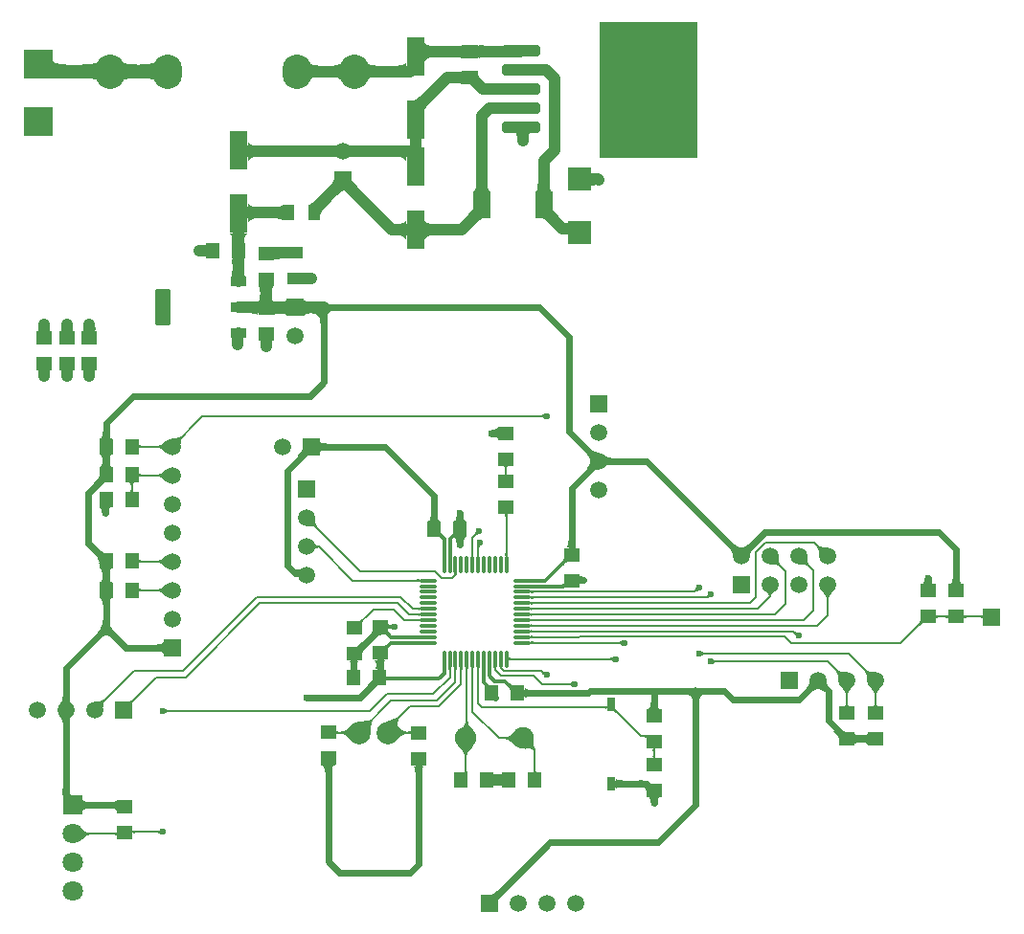
<source format=gtl>
G04*
G04 #@! TF.GenerationSoftware,Altium Limited,Altium Designer,22.2.1 (43)*
G04*
G04 Layer_Physical_Order=1*
G04 Layer_Color=255*
%FSLAX24Y24*%
%MOIN*%
G70*
G04*
G04 #@! TF.SameCoordinates,347B6F40-84C8-4AAD-98B2-BBB097A6B523*
G04*
G04*
G04 #@! TF.FilePolarity,Positive*
G04*
G01*
G75*
%ADD12C,0.0079*%
%ADD19R,0.0315X0.0472*%
%ADD20R,0.0550X0.0500*%
%ADD21R,0.0500X0.0550*%
%ADD22R,0.0591X0.0945*%
%ADD23R,0.0787X0.0787*%
%ADD24R,0.0550X0.0394*%
%ADD25R,0.0394X0.0550*%
%ADD26R,0.0630X0.1378*%
G04:AMPARAMS|DCode=27|XSize=61.4mil|YSize=11.8mil|CornerRadius=4.1mil|HoleSize=0mil|Usage=FLASHONLY|Rotation=90.000|XOffset=0mil|YOffset=0mil|HoleType=Round|Shape=RoundedRectangle|*
%AMROUNDEDRECTD27*
21,1,0.0614,0.0035,0,0,90.0*
21,1,0.0531,0.0118,0,0,90.0*
1,1,0.0083,0.0018,0.0266*
1,1,0.0083,0.0018,-0.0266*
1,1,0.0083,-0.0018,-0.0266*
1,1,0.0083,-0.0018,0.0266*
%
%ADD27ROUNDEDRECTD27*%
G04:AMPARAMS|DCode=28|XSize=61.4mil|YSize=11.8mil|CornerRadius=4.1mil|HoleSize=0mil|Usage=FLASHONLY|Rotation=180.000|XOffset=0mil|YOffset=0mil|HoleType=Round|Shape=RoundedRectangle|*
%AMROUNDEDRECTD28*
21,1,0.0614,0.0035,0,0,180.0*
21,1,0.0531,0.0118,0,0,180.0*
1,1,0.0083,-0.0266,0.0018*
1,1,0.0083,0.0266,0.0018*
1,1,0.0083,0.0266,-0.0018*
1,1,0.0083,-0.0266,-0.0018*
%
%ADD28ROUNDEDRECTD28*%
G04:AMPARAMS|DCode=29|XSize=127.6mil|YSize=51.6mil|CornerRadius=3.9mil|HoleSize=0mil|Usage=FLASHONLY|Rotation=90.000|XOffset=0mil|YOffset=0mil|HoleType=Round|Shape=RoundedRectangle|*
%AMROUNDEDRECTD29*
21,1,0.1276,0.0438,0,0,90.0*
21,1,0.1198,0.0516,0,0,90.0*
1,1,0.0077,0.0219,0.0599*
1,1,0.0077,0.0219,-0.0599*
1,1,0.0077,-0.0219,-0.0599*
1,1,0.0077,-0.0219,0.0599*
%
%ADD29ROUNDEDRECTD29*%
G04:AMPARAMS|DCode=30|XSize=36.6mil|YSize=51.6mil|CornerRadius=2.7mil|HoleSize=0mil|Usage=FLASHONLY|Rotation=90.000|XOffset=0mil|YOffset=0mil|HoleType=Round|Shape=RoundedRectangle|*
%AMROUNDEDRECTD30*
21,1,0.0366,0.0461,0,0,90.0*
21,1,0.0311,0.0516,0,0,90.0*
1,1,0.0055,0.0230,0.0156*
1,1,0.0055,0.0230,-0.0156*
1,1,0.0055,-0.0230,-0.0156*
1,1,0.0055,-0.0230,0.0156*
%
%ADD30ROUNDEDRECTD30*%
G04:AMPARAMS|DCode=31|XSize=39.4mil|YSize=133.9mil|CornerRadius=9.8mil|HoleSize=0mil|Usage=FLASHONLY|Rotation=270.000|XOffset=0mil|YOffset=0mil|HoleType=Round|Shape=RoundedRectangle|*
%AMROUNDEDRECTD31*
21,1,0.0394,0.1142,0,0,270.0*
21,1,0.0197,0.1339,0,0,270.0*
1,1,0.0197,-0.0571,-0.0098*
1,1,0.0197,-0.0571,0.0098*
1,1,0.0197,0.0571,0.0098*
1,1,0.0197,0.0571,-0.0098*
%
%ADD31ROUNDEDRECTD31*%
%ADD57C,0.0118*%
%ADD58C,0.0394*%
%ADD59C,0.0472*%
%ADD60C,0.0236*%
%ADD61C,0.0157*%
%ADD62R,0.3399X0.4724*%
%ADD63C,0.0591*%
%ADD64R,0.0591X0.0591*%
%ADD65R,0.0591X0.0591*%
%ADD66R,0.0709X0.0709*%
%ADD67C,0.0709*%
%ADD68O,0.1000X0.1200*%
%ADD69R,0.0984X0.0984*%
%ADD70C,0.0750*%
%ADD71C,0.0787*%
%ADD72C,0.0236*%
G36*
X16892Y32896D02*
X16904Y32890D01*
X16923Y32885D01*
X16951Y32880D01*
X16986Y32876D01*
X17140Y32868D01*
X17282Y32867D01*
Y32473D01*
X17207Y32472D01*
X16986Y32456D01*
X16951Y32449D01*
X16923Y32440D01*
X16904Y32430D01*
X16892Y32419D01*
X16888Y32406D01*
Y32904D01*
X16892Y32896D01*
D02*
G37*
G36*
X16340Y32406D02*
X16336Y32416D01*
X16325Y32425D01*
X16305Y32432D01*
X16277Y32439D01*
X16242Y32445D01*
X16147Y32453D01*
X16021Y32457D01*
X15947Y32458D01*
Y32852D01*
X16021Y32852D01*
X16277Y32870D01*
X16305Y32877D01*
X16325Y32885D01*
X16336Y32894D01*
X16340Y32904D01*
Y32406D01*
D02*
G37*
G36*
X15002Y33011D02*
X15013Y32978D01*
X15033Y32948D01*
X15061Y32922D01*
X15096Y32901D01*
X15140Y32883D01*
X15191Y32869D01*
X15250Y32859D01*
X15317Y32854D01*
X15393Y32852D01*
Y32458D01*
X15317Y32456D01*
X15250Y32450D01*
X15191Y32440D01*
X15140Y32426D01*
X15096Y32409D01*
X15061Y32387D01*
X15033Y32361D01*
X15013Y32332D01*
X15002Y32298D01*
X14998Y32261D01*
Y33048D01*
X15002Y33011D01*
D02*
G37*
G36*
X14371Y31793D02*
X14367Y31789D01*
X14356Y31785D01*
X14336Y31782D01*
X14308Y31779D01*
X14178Y31774D01*
X13978Y31772D01*
Y32165D01*
X14052Y32167D01*
X14119Y32173D01*
X14178Y32183D01*
X14230Y32197D01*
X14273Y32215D01*
X14308Y32236D01*
X14336Y32262D01*
X14356Y32291D01*
X14367Y32325D01*
X14371Y32362D01*
Y31793D01*
D02*
G37*
G36*
X2069Y32396D02*
X2084Y32356D01*
X2107Y32320D01*
X2140Y32290D01*
X2183Y32264D01*
X2235Y32243D01*
X2297Y32226D01*
X2368Y32214D01*
X2448Y32207D01*
X2538Y32205D01*
Y31732D01*
X2066Y31714D01*
X2065Y32441D01*
X2069Y32396D01*
D02*
G37*
G36*
X12966Y32324D02*
X12980Y32291D01*
X13004Y32262D01*
X13038Y32236D01*
X13081Y32214D01*
X13134Y32197D01*
X13196Y32183D01*
X13268Y32173D01*
X13349Y32167D01*
X13441Y32165D01*
Y31772D01*
X13349Y31770D01*
X13196Y31754D01*
X13134Y31740D01*
X13081Y31723D01*
X13038Y31701D01*
X13004Y31676D01*
X12980Y31646D01*
X12966Y31613D01*
X12961Y31575D01*
Y32362D01*
X12966Y32324D01*
D02*
G37*
G36*
X12153Y31575D02*
X12148Y31613D01*
X12134Y31646D01*
X12110Y31676D01*
X12076Y31701D01*
X12033Y31723D01*
X11980Y31740D01*
X11918Y31754D01*
X11846Y31764D01*
X11765Y31770D01*
X11674Y31772D01*
Y32165D01*
X11765Y32167D01*
X11918Y32183D01*
X11980Y32197D01*
X12033Y32214D01*
X12076Y32236D01*
X12110Y32262D01*
X12134Y32291D01*
X12148Y32324D01*
X12153Y32362D01*
Y31575D01*
D02*
G37*
G36*
X10966Y32324D02*
X10980Y32291D01*
X11004Y32262D01*
X11038Y32236D01*
X11081Y32214D01*
X11134Y32197D01*
X11196Y32183D01*
X11268Y32173D01*
X11349Y32167D01*
X11441Y32165D01*
Y31772D01*
X11349Y31770D01*
X11196Y31754D01*
X11134Y31740D01*
X11081Y31723D01*
X11038Y31701D01*
X11004Y31676D01*
X10980Y31646D01*
X10966Y31613D01*
X10961Y31575D01*
Y32362D01*
X10966Y32324D01*
D02*
G37*
G36*
X16340Y31506D02*
X16336Y31516D01*
X16325Y31525D01*
X16305Y31532D01*
X16277Y31539D01*
X16242Y31545D01*
X16147Y31553D01*
X16021Y31557D01*
X15947Y31558D01*
Y31952D01*
X16021Y31952D01*
X16277Y31970D01*
X16305Y31977D01*
X16325Y31985D01*
X16336Y31994D01*
X16340Y32004D01*
Y31506D01*
D02*
G37*
G36*
X5726Y31497D02*
X5720Y31542D01*
X5701Y31582D01*
X5670Y31617D01*
X5626Y31648D01*
X5571Y31673D01*
X5502Y31695D01*
X5421Y31711D01*
X5328Y31723D01*
X5222Y31730D01*
X5104Y31732D01*
Y32205D01*
X5222Y32207D01*
X5421Y32226D01*
X5502Y32242D01*
X5571Y32264D01*
X5626Y32289D01*
X5670Y32320D01*
X5701Y32355D01*
X5720Y32395D01*
X5726Y32440D01*
Y31497D01*
D02*
G37*
G36*
X4394Y32395D02*
X4413Y32355D01*
X4444Y32320D01*
X4488Y32289D01*
X4544Y32264D01*
X4612Y32242D01*
X4693Y32226D01*
X4786Y32214D01*
X4892Y32207D01*
X5010Y32205D01*
Y31732D01*
X4892Y31730D01*
X4693Y31711D01*
X4612Y31695D01*
X4544Y31673D01*
X4488Y31648D01*
X4444Y31617D01*
X4413Y31582D01*
X4394Y31542D01*
X4388Y31497D01*
Y32440D01*
X4394Y32395D01*
D02*
G37*
G36*
X3726Y31497D02*
X3720Y31542D01*
X3701Y31582D01*
X3670Y31617D01*
X3626Y31648D01*
X3571Y31673D01*
X3502Y31695D01*
X3421Y31711D01*
X3328Y31723D01*
X3222Y31730D01*
X3104Y31732D01*
Y32205D01*
X3222Y32207D01*
X3421Y32226D01*
X3502Y32242D01*
X3571Y32264D01*
X3626Y32289D01*
X3670Y32320D01*
X3701Y32355D01*
X3720Y32395D01*
X3726Y32440D01*
Y31497D01*
D02*
G37*
G36*
X16886Y31819D02*
X16892Y31806D01*
X16904Y31788D01*
X16922Y31765D01*
X16978Y31701D01*
X17166Y31506D01*
X16888Y31228D01*
X16831Y31284D01*
X16575Y31508D01*
X16568Y31507D01*
X16887Y31826D01*
X16886Y31819D01*
D02*
G37*
G36*
X15277Y30963D02*
X15199Y30883D01*
X15076Y30738D01*
X15032Y30674D01*
X14998Y30615D01*
X14976Y30562D01*
X14965Y30515D01*
X14964Y30473D01*
X14975Y30437D01*
X14998Y30407D01*
X14442Y30962D01*
X14473Y30940D01*
X14509Y30929D01*
X14550Y30929D01*
X14598Y30940D01*
X14651Y30963D01*
X14709Y30996D01*
X14773Y31041D01*
X14843Y31097D01*
X14999Y31242D01*
X15277Y30963D01*
D02*
G37*
G36*
X18659Y29809D02*
X18652Y29801D01*
X18645Y29789D01*
X18639Y29772D01*
X18634Y29750D01*
X18629Y29723D01*
X18624Y29655D01*
X18622Y29567D01*
X18228D01*
X18228Y29613D01*
X18221Y29723D01*
X18217Y29750D01*
X18212Y29772D01*
X18206Y29789D01*
X18199Y29801D01*
X18191Y29809D01*
X18182Y29811D01*
X18668D01*
X18659Y29809D01*
D02*
G37*
G36*
X12380Y29394D02*
X12387Y29392D01*
X12397Y29391D01*
X12428Y29388D01*
X12529Y29386D01*
X12563Y29386D01*
Y28992D01*
X12376Y28982D01*
X12165Y29189D01*
X12376Y29396D01*
X12380Y29394D01*
D02*
G37*
G36*
X12165Y29189D02*
X11954Y28982D01*
X11768Y28992D01*
Y29386D01*
X11802Y29386D01*
X11903Y29388D01*
X11934Y29391D01*
X11944Y29392D01*
X11951Y29394D01*
X11954Y29396D01*
X12165Y29189D01*
D02*
G37*
G36*
X14371Y29349D02*
X14372Y28795D01*
X14368Y28833D01*
X14357Y28866D01*
X14337Y28896D01*
X14309Y28921D01*
X14274Y28943D01*
X14230Y28961D01*
X14179Y28974D01*
X14120Y28984D01*
X14053Y28990D01*
X13978Y28992D01*
Y29386D01*
X14371Y29349D01*
D02*
G37*
G36*
X8861Y29545D02*
X8873Y29512D01*
X8892Y29482D01*
X8920Y29457D01*
X8955Y29435D01*
X8999Y29417D01*
X9050Y29404D01*
X9109Y29394D01*
X9176Y29388D01*
X9251Y29386D01*
Y28992D01*
X9176Y28990D01*
X9109Y28984D01*
X9050Y28974D01*
X8999Y28961D01*
X8955Y28943D01*
X8920Y28921D01*
X8892Y28896D01*
X8873Y28866D01*
X8861Y28833D01*
X8857Y28795D01*
Y29583D01*
X8861Y29545D01*
D02*
G37*
G36*
X12437Y28391D02*
X12428Y28353D01*
X12433Y28307D01*
X12451Y28252D01*
X12483Y28189D01*
X12529Y28119D01*
X12588Y28040D01*
X12661Y27953D01*
X12847Y27756D01*
X12569Y27477D01*
X12463Y27580D01*
X12194Y27808D01*
X12176Y27819D01*
X12132Y27795D01*
X12077Y27758D01*
X12022Y27717D01*
X11966Y27669D01*
X11911Y27617D01*
X11593Y27856D01*
X11672Y27938D01*
X11797Y28085D01*
X11842Y28149D01*
X11876Y28208D01*
X11898Y28261D01*
X11908Y28307D01*
X11908Y28348D01*
X11895Y28383D01*
X11871Y28412D01*
X12163Y28156D01*
X12459Y28422D01*
X12437Y28391D01*
D02*
G37*
G36*
X20788Y28454D02*
X20795Y28444D01*
X20808Y28435D01*
X20826Y28427D01*
X20850Y28421D01*
X20878Y28415D01*
X20912Y28411D01*
X20994Y28406D01*
X21043Y28406D01*
Y28012D01*
X20994Y28011D01*
X20878Y28002D01*
X20850Y27997D01*
X20826Y27990D01*
X20808Y27982D01*
X20795Y27973D01*
X20788Y27963D01*
X20785Y27952D01*
Y28466D01*
X20788Y28454D01*
D02*
G37*
G36*
X19351Y28113D02*
X19366Y27936D01*
X19375Y27892D01*
X19385Y27857D01*
X19398Y27830D01*
X19413Y27810D01*
X19429Y27798D01*
X19448Y27794D01*
X18859D01*
X18878Y27798D01*
X18894Y27810D01*
X18909Y27830D01*
X18922Y27857D01*
X18932Y27892D01*
X18941Y27936D01*
X18948Y27987D01*
X18956Y28113D01*
X18957Y28188D01*
X19350D01*
X19351Y28113D01*
D02*
G37*
G36*
X17205D02*
X17217Y27936D01*
X17224Y27892D01*
X17233Y27857D01*
X17243Y27830D01*
X17254Y27810D01*
X17268Y27798D01*
X17282Y27794D01*
X16694D01*
X16716Y27798D01*
X16736Y27810D01*
X16754Y27830D01*
X16769Y27857D01*
X16782Y27892D01*
X16792Y27936D01*
X16801Y27987D01*
X16806Y28046D01*
X16811Y28188D01*
X17205D01*
X17205Y28113D01*
D02*
G37*
G36*
X17251Y26853D02*
X17220Y26875D01*
X17184Y26886D01*
X17143Y26886D01*
X17095Y26875D01*
X17042Y26852D01*
X16984Y26819D01*
X16920Y26774D01*
X16850Y26718D01*
X16694Y26573D01*
X16416Y26852D01*
X16494Y26932D01*
X16617Y27077D01*
X16661Y27141D01*
X16695Y27200D01*
X16717Y27253D01*
X16728Y27300D01*
X16728Y27342D01*
X16717Y27378D01*
X16695Y27408D01*
X17251Y26853D01*
D02*
G37*
G36*
X11754Y27460D02*
X11657Y27360D01*
X11442Y27103D01*
X11396Y27032D01*
X11362Y26968D01*
X11341Y26911D01*
X11333Y26861D01*
X11337Y26818D01*
X11354Y26782D01*
X10963Y27321D01*
X10985Y27325D01*
X11014Y27338D01*
X11049Y27359D01*
X11091Y27388D01*
X11193Y27471D01*
X11322Y27588D01*
X11476Y27739D01*
X11754Y27460D01*
D02*
G37*
G36*
X10063Y26773D02*
X10059Y26788D01*
X10047Y26801D01*
X10028Y26813D01*
X10000Y26823D01*
X9965Y26831D01*
X9921Y26838D01*
X9870Y26843D01*
X9744Y26850D01*
X9669Y26850D01*
Y27244D01*
X9744Y27245D01*
X9921Y27256D01*
X9965Y27263D01*
X10000Y27272D01*
X10028Y27282D01*
X10047Y27293D01*
X10059Y27306D01*
X10063Y27321D01*
Y26773D01*
D02*
G37*
G36*
X8861Y27404D02*
X8873Y27370D01*
X8892Y27341D01*
X8920Y27315D01*
X8955Y27293D01*
X8999Y27276D01*
X9050Y27262D01*
X9109Y27252D01*
X9176Y27246D01*
X9251Y27244D01*
Y26850D01*
X9176Y26848D01*
X9109Y26843D01*
X9050Y26833D01*
X8999Y26819D01*
X8955Y26801D01*
X8920Y26780D01*
X8892Y26754D01*
X8873Y26724D01*
X8861Y26691D01*
X8857Y26654D01*
Y27441D01*
X8861Y27404D01*
D02*
G37*
G36*
X19424Y27378D02*
X19413Y27342D01*
X19413Y27300D01*
X19425Y27253D01*
X19447Y27200D01*
X19481Y27141D01*
X19525Y27077D01*
X19581Y27008D01*
X19726Y26852D01*
X19448Y26573D01*
X19367Y26651D01*
X19222Y26774D01*
X19158Y26819D01*
X19099Y26852D01*
X19046Y26875D01*
X18999Y26886D01*
X18957Y26886D01*
X18921Y26875D01*
X18891Y26853D01*
X19446Y27408D01*
X19424Y27378D01*
D02*
G37*
G36*
X15003Y26813D02*
X15015Y26780D01*
X15034Y26750D01*
X15062Y26724D01*
X15097Y26703D01*
X15141Y26685D01*
X15192Y26671D01*
X15251Y26661D01*
X15318Y26656D01*
X15393Y26654D01*
Y26260D01*
X15318Y26258D01*
X15251Y26252D01*
X15192Y26242D01*
X15141Y26228D01*
X15097Y26211D01*
X15062Y26189D01*
X15034Y26163D01*
X15015Y26134D01*
X15003Y26100D01*
X14999Y26063D01*
Y26850D01*
X15003Y26813D01*
D02*
G37*
G36*
X14372Y26063D02*
X14369Y26100D01*
X14357Y26134D01*
X14337Y26163D01*
X14309Y26189D01*
X14274Y26211D01*
X14230Y26228D01*
X14179Y26242D01*
X14120Y26252D01*
X14053Y26258D01*
X13978Y26260D01*
Y26654D01*
X14053Y26656D01*
X14120Y26661D01*
X14179Y26671D01*
X14230Y26685D01*
X14274Y26703D01*
X14309Y26724D01*
X14337Y26750D01*
X14357Y26780D01*
X14369Y26813D01*
X14372Y26850D01*
Y26063D01*
D02*
G37*
G36*
X8719Y26320D02*
X8857D01*
X8831Y26316D01*
X8807Y26304D01*
X8786Y26285D01*
X8768Y26257D01*
X8753Y26222D01*
X8741Y26178D01*
X8731Y26128D01*
X8737Y26045D01*
X8744Y26018D01*
X8751Y25998D01*
X8760Y25986D01*
X8770Y25982D01*
X8720D01*
X8719Y25926D01*
X8325D01*
X8324Y25982D01*
X8272D01*
X8282Y25986D01*
X8291Y25998D01*
X8299Y26018D01*
X8306Y26045D01*
X8312Y26081D01*
X8315Y26111D01*
X8310Y26178D01*
X8301Y26222D01*
X8291Y26257D01*
X8278Y26285D01*
X8264Y26304D01*
X8248Y26316D01*
X8230Y26320D01*
X8324D01*
X8325Y26376D01*
X8719D01*
X8719Y26320D01*
D02*
G37*
G36*
X7373Y25502D02*
X7371Y25504D01*
X7365Y25505D01*
X7355Y25507D01*
X7340Y25508D01*
X7240Y25511D01*
X7165Y25512D01*
Y25906D01*
X7373Y25915D01*
Y25502D01*
D02*
G37*
G36*
X9766Y25872D02*
X9778Y25866D01*
X9797Y25861D01*
X9825Y25856D01*
X9860Y25852D01*
X10014Y25845D01*
X10156Y25844D01*
Y25450D01*
X10081Y25449D01*
X9860Y25433D01*
X9825Y25425D01*
X9797Y25416D01*
X9778Y25406D01*
X9766Y25394D01*
X9762Y25381D01*
Y25879D01*
X9766Y25872D01*
D02*
G37*
G36*
X8760Y25431D02*
X8751Y25419D01*
X8744Y25399D01*
X8737Y25372D01*
X8731Y25336D01*
X8723Y25242D01*
X8720Y25144D01*
X8733Y24954D01*
X8739Y24915D01*
X8747Y24881D01*
X8756Y24852D01*
X8766Y24827D01*
X8777Y24808D01*
X8267D01*
X8278Y24827D01*
X8287Y24852D01*
X8296Y24881D01*
X8304Y24915D01*
X8310Y24954D01*
X8320Y25045D01*
X8323Y25131D01*
X8306Y25372D01*
X8299Y25399D01*
X8291Y25419D01*
X8282Y25431D01*
X8272Y25435D01*
X8770D01*
X8760Y25431D01*
D02*
G37*
G36*
X9747Y24477D02*
X9734Y24465D01*
X9723Y24446D01*
X9713Y24418D01*
X9704Y24383D01*
X9697Y24339D01*
X9692Y24288D01*
X9689Y24233D01*
X9697Y24108D01*
X9704Y24065D01*
X9713Y24030D01*
X9723Y24002D01*
X9734Y23982D01*
X9747Y23970D01*
X9762Y23967D01*
X9214D01*
X9229Y23970D01*
X9242Y23982D01*
X9254Y24002D01*
X9264Y24030D01*
X9272Y24065D01*
X9279Y24108D01*
X9284Y24159D01*
X9287Y24215D01*
X9279Y24339D01*
X9272Y24383D01*
X9264Y24418D01*
X9254Y24446D01*
X9242Y24465D01*
X9229Y24477D01*
X9214Y24481D01*
X9762D01*
X9747Y24477D01*
D02*
G37*
G36*
X10218Y23446D02*
X10214Y23465D01*
X10202Y23481D01*
X10182Y23496D01*
X10155Y23508D01*
X10119Y23519D01*
X10076Y23528D01*
X10025Y23535D01*
X9989Y23537D01*
X9904Y23531D01*
X9860Y23525D01*
X9825Y23517D01*
X9797Y23507D01*
X9778Y23496D01*
X9766Y23483D01*
X9762Y23469D01*
Y23967D01*
X9766Y23961D01*
X9778Y23956D01*
X9797Y23951D01*
X9825Y23948D01*
X9904Y23942D01*
X9937Y23941D01*
X10076Y23953D01*
X10119Y23961D01*
X10155Y23972D01*
X10182Y23985D01*
X10202Y23999D01*
X10214Y24016D01*
X10218Y24034D01*
Y23446D01*
D02*
G37*
G36*
X9214Y23469D02*
X9210Y23483D01*
X9199Y23496D01*
X9179Y23507D01*
X9151Y23517D01*
X9116Y23525D01*
X9073Y23531D01*
X8962Y23540D01*
X8821Y23543D01*
Y23937D01*
X8895Y23937D01*
X9199Y23956D01*
X9210Y23961D01*
X9214Y23967D01*
Y23469D01*
D02*
G37*
G36*
X10810Y24016D02*
X10822Y23999D01*
X10841Y23985D01*
X10869Y23972D01*
X10904Y23961D01*
X10948Y23953D01*
X10999Y23946D01*
X11125Y23938D01*
X11200Y23937D01*
Y23626D01*
X11496Y23740D01*
X11635Y23694D01*
Y23879D01*
X11643Y23875D01*
X11658Y23872D01*
X11681Y23869D01*
X11749Y23864D01*
X12047Y23858D01*
Y23622D01*
X11747Y23607D01*
X11730Y23601D01*
X11699Y23584D01*
X11673Y23563D01*
X11652Y23537D01*
X11635Y23506D01*
X11624Y23471D01*
X11619Y23443D01*
X11614Y23189D01*
X11378D01*
X11369Y23370D01*
X11362Y23392D01*
X11343Y23428D01*
X11315Y23458D01*
X11280Y23484D01*
X11236Y23506D01*
X11185Y23522D01*
X11126Y23534D01*
X11080Y23539D01*
X10948Y23528D01*
X10904Y23519D01*
X10869Y23508D01*
X10841Y23496D01*
X10822Y23481D01*
X10810Y23465D01*
X10806Y23446D01*
Y24034D01*
X10810Y24016D01*
D02*
G37*
G36*
X3553Y22942D02*
X3140D01*
X3142Y22944D01*
X3143Y22950D01*
X3145Y22960D01*
X3146Y22975D01*
X3149Y23075D01*
X3150Y23150D01*
X3543D01*
X3553Y22942D01*
D02*
G37*
G36*
X2766D02*
X2352D01*
X2354Y22944D01*
X2356Y22950D01*
X2357Y22960D01*
X2359Y22975D01*
X2362Y23075D01*
X2362Y23150D01*
X2756D01*
X2766Y22942D01*
D02*
G37*
G36*
X1978D02*
X1565D01*
X1567Y22944D01*
X1568Y22950D01*
X1570Y22960D01*
X1571Y22975D01*
X1574Y23075D01*
X1575Y23150D01*
X1969D01*
X1978Y22942D01*
D02*
G37*
G36*
X8719Y22657D02*
X8716Y22655D01*
X8713Y22649D01*
X8710Y22638D01*
X8707Y22623D01*
X8705Y22603D01*
X8702Y22519D01*
X8701Y22441D01*
X8307D01*
X8307Y22482D01*
X8295Y22649D01*
X8292Y22656D01*
X8289Y22658D01*
X8719Y22657D01*
D02*
G37*
G36*
X3551Y21544D02*
X3550Y21538D01*
X3548Y21528D01*
X3547Y21513D01*
X3544Y21413D01*
X3543Y21339D01*
X3150D01*
X3140Y21546D01*
X3553D01*
X3551Y21544D01*
D02*
G37*
G36*
X2764D02*
X2762Y21538D01*
X2761Y21528D01*
X2759Y21513D01*
X2756Y21413D01*
X2756Y21339D01*
X2362D01*
X2352Y21546D01*
X2766D01*
X2764Y21544D01*
D02*
G37*
G36*
X1976D02*
X1975Y21538D01*
X1973Y21528D01*
X1972Y21513D01*
X1969Y21413D01*
X1969Y21339D01*
X1575D01*
X1565Y21546D01*
X1978D01*
X1976Y21544D01*
D02*
G37*
G36*
X19168Y19878D02*
X19159Y19886D01*
X19150Y19894D01*
X19141Y19900D01*
X19132Y19906D01*
X19122Y19910D01*
X19112Y19914D01*
X19102Y19917D01*
X19091Y19920D01*
X19081Y19921D01*
X19070Y19921D01*
Y20000D01*
X19081Y20000D01*
X19091Y20002D01*
X19102Y20004D01*
X19112Y20007D01*
X19122Y20011D01*
X19132Y20016D01*
X19141Y20021D01*
X19150Y20028D01*
X19159Y20035D01*
X19168Y20043D01*
Y19878D01*
D02*
G37*
G36*
X4039Y19363D02*
X4043Y19323D01*
X4049Y19287D01*
X4057Y19256D01*
X4068Y19230D01*
X4081Y19209D01*
X4096Y19193D01*
X4114Y19181D01*
X4134Y19174D01*
X4156Y19171D01*
X3684D01*
X3706Y19174D01*
X3726Y19181D01*
X3744Y19193D01*
X3759Y19209D01*
X3772Y19230D01*
X3783Y19256D01*
X3791Y19287D01*
X3797Y19323D01*
X3801Y19363D01*
X3802Y19408D01*
X4038D01*
X4039Y19363D01*
D02*
G37*
G36*
X17562Y19134D02*
X17560Y19156D01*
X17553Y19176D01*
X17541Y19194D01*
X17524Y19209D01*
X17503Y19222D01*
X17477Y19233D01*
X17446Y19241D01*
X17410Y19247D01*
X17370Y19251D01*
X17325Y19252D01*
Y19488D01*
X17370Y19489D01*
X17410Y19493D01*
X17446Y19499D01*
X17477Y19507D01*
X17503Y19518D01*
X17524Y19531D01*
X17541Y19546D01*
X17553Y19564D01*
X17560Y19584D01*
X17562Y19606D01*
Y19134D01*
D02*
G37*
G36*
X6581Y19202D02*
X6568Y19187D01*
X6556Y19168D01*
X6546Y19147D01*
X6538Y19122D01*
X6531Y19093D01*
X6525Y19061D01*
X6521Y19026D01*
X6516Y18946D01*
X6516Y18901D01*
X6223Y19193D01*
X6269Y19193D01*
X6349Y19198D01*
X6384Y19202D01*
X6416Y19208D01*
X6444Y19215D01*
X6470Y19224D01*
X6491Y19234D01*
X6510Y19245D01*
X6525Y19258D01*
X6581Y19202D01*
D02*
G37*
G36*
X5068Y18969D02*
X5071Y18962D01*
X5075Y18956D01*
X5080Y18951D01*
X5088Y18947D01*
X5096Y18943D01*
X5107Y18941D01*
X5119Y18939D01*
X5132Y18937D01*
X5148Y18937D01*
Y18858D01*
X5132Y18858D01*
X5119Y18857D01*
X5107Y18855D01*
X5096Y18852D01*
X5088Y18848D01*
X5080Y18844D01*
X5075Y18839D01*
X5071Y18833D01*
X5068Y18826D01*
X5068Y18819D01*
Y18976D01*
X5068Y18969D01*
D02*
G37*
G36*
X6010Y18691D02*
X5977Y18723D01*
X5917Y18776D01*
X5889Y18798D01*
X5863Y18816D01*
X5838Y18831D01*
X5814Y18843D01*
X5791Y18852D01*
X5770Y18857D01*
X5751Y18858D01*
Y18937D01*
X5770Y18939D01*
X5791Y18944D01*
X5814Y18952D01*
X5838Y18964D01*
X5863Y18979D01*
X5889Y18997D01*
X5917Y19019D01*
X5977Y19073D01*
X6010Y19104D01*
Y18691D01*
D02*
G37*
G36*
X11358Y19111D02*
X11365Y19091D01*
X11377Y19074D01*
X11394Y19058D01*
X11415Y19045D01*
X11441Y19035D01*
X11472Y19026D01*
X11508Y19020D01*
X11548Y19017D01*
X11593Y19016D01*
Y18780D01*
X11548Y18778D01*
X11508Y18775D01*
X11472Y18769D01*
X11441Y18761D01*
X11415Y18750D01*
X11394Y18737D01*
X11377Y18722D01*
X11365Y18704D01*
X11358Y18684D01*
X11356Y18661D01*
Y19134D01*
X11358Y19111D01*
D02*
G37*
G36*
X11103Y18604D02*
X11085Y18617D01*
X11063Y18624D01*
X11038D01*
X11009Y18617D01*
X10978Y18604D01*
X10943Y18584D01*
X10904Y18557D01*
X10862Y18523D01*
X10769Y18437D01*
X10602Y18604D01*
X10649Y18652D01*
X10722Y18739D01*
X10749Y18777D01*
X10769Y18812D01*
X10782Y18844D01*
X10789Y18872D01*
Y18898D01*
X10782Y18919D01*
X10769Y18938D01*
X11103Y18604D01*
D02*
G37*
G36*
X20851Y18782D02*
X20873Y18764D01*
X20895Y18748D01*
X20918Y18734D01*
X20940Y18722D01*
X20964Y18713D01*
X20987Y18706D01*
X21011Y18701D01*
X21035Y18698D01*
X21060Y18697D01*
X20768Y18405D01*
X20767Y18429D01*
X20764Y18453D01*
X20759Y18477D01*
X20752Y18501D01*
X20742Y18524D01*
X20731Y18547D01*
X20717Y18569D01*
X20701Y18592D01*
X20683Y18613D01*
X20663Y18635D01*
X20830Y18802D01*
X20851Y18782D01*
D02*
G37*
G36*
X21292Y18591D02*
X21311Y18576D01*
X21332Y18563D01*
X21353Y18552D01*
X21377Y18542D01*
X21401Y18534D01*
X21426Y18528D01*
X21453Y18523D01*
X21481Y18521D01*
X21511Y18520D01*
Y18283D01*
X21481Y18283D01*
X21453Y18280D01*
X21426Y18275D01*
X21401Y18269D01*
X21377Y18261D01*
X21353Y18252D01*
X21332Y18240D01*
X21311Y18227D01*
X21292Y18212D01*
X21274Y18195D01*
Y18608D01*
X21292Y18591D01*
D02*
G37*
G36*
X4134Y18623D02*
X4114Y18616D01*
X4096Y18604D01*
X4081Y18587D01*
X4068Y18566D01*
X4057Y18540D01*
X4049Y18509D01*
X4043Y18473D01*
X4039Y18433D01*
X4039Y18406D01*
X4039Y18379D01*
X4043Y18338D01*
X4049Y18303D01*
X4057Y18272D01*
X4068Y18246D01*
X4081Y18225D01*
X4096Y18208D01*
X4114Y18197D01*
X4134Y18190D01*
X4156Y18187D01*
X3684D01*
X3706Y18190D01*
X3726Y18197D01*
X3744Y18208D01*
X3759Y18225D01*
X3772Y18246D01*
X3783Y18272D01*
X3791Y18303D01*
X3797Y18338D01*
X3801Y18379D01*
X3801Y18406D01*
X3801Y18433D01*
X3797Y18473D01*
X3791Y18509D01*
X3783Y18540D01*
X3772Y18566D01*
X3759Y18587D01*
X3744Y18604D01*
X3726Y18616D01*
X3706Y18623D01*
X3684Y18625D01*
X4156D01*
X4134Y18623D01*
D02*
G37*
G36*
X17906Y18222D02*
X17899Y18219D01*
X17893Y18215D01*
X17888Y18210D01*
X17884Y18202D01*
X17880Y18194D01*
X17878Y18183D01*
X17876Y18171D01*
X17874Y18158D01*
X17874Y18143D01*
X17795D01*
X17795Y18158D01*
X17794Y18171D01*
X17792Y18183D01*
X17789Y18194D01*
X17785Y18202D01*
X17781Y18210D01*
X17776Y18215D01*
X17770Y18219D01*
X17763Y18222D01*
X17756Y18222D01*
X17913D01*
X17906Y18222D01*
D02*
G37*
G36*
X21060Y18106D02*
X21035Y18105D01*
X21011Y18103D01*
X20987Y18097D01*
X20964Y18090D01*
X20940Y18081D01*
X20918Y18069D01*
X20895Y18055D01*
X20873Y18040D01*
X20851Y18022D01*
X20830Y18001D01*
X20663Y18168D01*
X20683Y18190D01*
X20701Y18212D01*
X20717Y18234D01*
X20731Y18256D01*
X20742Y18279D01*
X20752Y18302D01*
X20759Y18326D01*
X20764Y18350D01*
X20767Y18374D01*
X20768Y18399D01*
X21060Y18106D01*
D02*
G37*
G36*
X17874Y18006D02*
X17876Y17993D01*
X17878Y17981D01*
X17880Y17970D01*
X17884Y17962D01*
X17888Y17954D01*
X17893Y17949D01*
X17899Y17945D01*
X17906Y17942D01*
X17913Y17942D01*
X17756D01*
X17763Y17942D01*
X17770Y17945D01*
X17776Y17949D01*
X17781Y17954D01*
X17785Y17962D01*
X17789Y17970D01*
X17792Y17981D01*
X17794Y17993D01*
X17795Y18006D01*
X17795Y18022D01*
X17874D01*
X17874Y18006D01*
D02*
G37*
G36*
X5068Y17969D02*
X5071Y17962D01*
X5075Y17956D01*
X5080Y17951D01*
X5088Y17947D01*
X5096Y17943D01*
X5107Y17941D01*
X5119Y17939D01*
X5132Y17937D01*
X5148Y17937D01*
Y17858D01*
X5132Y17858D01*
X5119Y17857D01*
X5107Y17855D01*
X5096Y17852D01*
X5088Y17848D01*
X5080Y17844D01*
X5075Y17839D01*
X5071Y17833D01*
X5068Y17826D01*
X5068Y17819D01*
Y17976D01*
X5068Y17969D01*
D02*
G37*
G36*
X6010Y17691D02*
X5977Y17723D01*
X5917Y17776D01*
X5889Y17798D01*
X5863Y17816D01*
X5838Y17831D01*
X5814Y17843D01*
X5791Y17852D01*
X5770Y17857D01*
X5751Y17858D01*
Y17937D01*
X5770Y17939D01*
X5791Y17944D01*
X5814Y17952D01*
X5838Y17964D01*
X5863Y17979D01*
X5889Y17997D01*
X5917Y18019D01*
X5977Y18073D01*
X6010Y18104D01*
Y17691D01*
D02*
G37*
G36*
X4005Y17641D02*
X3987Y17654D01*
X3965Y17661D01*
X3940Y17660D01*
X3912Y17654D01*
X3880Y17640D01*
X3845Y17620D01*
X3807Y17593D01*
X3765Y17560D01*
X3671Y17473D01*
X3504Y17640D01*
X3551Y17688D01*
X3625Y17775D01*
X3652Y17814D01*
X3672Y17849D01*
X3685Y17880D01*
X3692Y17909D01*
X3692Y17934D01*
X3686Y17955D01*
X3672Y17974D01*
X4005Y17641D01*
D02*
G37*
G36*
X4891Y17640D02*
X4885Y17638D01*
X4879Y17634D01*
X4874Y17628D01*
X4869Y17621D01*
X4866Y17612D01*
X4863Y17602D01*
X4861Y17590D01*
X4860Y17576D01*
X4859Y17561D01*
X4781D01*
X4780Y17576D01*
X4779Y17590D01*
X4777Y17602D01*
X4774Y17612D01*
X4771Y17621D01*
X4767Y17628D01*
X4761Y17634D01*
X4756Y17638D01*
X4749Y17640D01*
X4741Y17641D01*
X4899D01*
X4891Y17640D01*
D02*
G37*
G36*
X4860Y17385D02*
X4861Y17371D01*
X4863Y17360D01*
X4866Y17349D01*
X4869Y17341D01*
X4874Y17334D01*
X4879Y17328D01*
X4885Y17324D01*
X4891Y17322D01*
X4899Y17321D01*
X4741D01*
X4749Y17322D01*
X4756Y17324D01*
X4761Y17328D01*
X4767Y17334D01*
X4771Y17341D01*
X4774Y17349D01*
X4777Y17360D01*
X4779Y17371D01*
X4780Y17385D01*
X4781Y17400D01*
X4859D01*
X4860Y17385D01*
D02*
G37*
G36*
X4081Y16773D02*
X4067Y16767D01*
X4055Y16757D01*
X4045Y16743D01*
X4036Y16725D01*
X4029Y16703D01*
X4023Y16677D01*
X4019Y16647D01*
X4017Y16613D01*
X4016Y16575D01*
X3780D01*
X3779Y16613D01*
X3772Y16677D01*
X3767Y16703D01*
X3759Y16725D01*
X3751Y16743D01*
X3740Y16757D01*
X3728Y16767D01*
X3714Y16773D01*
X3699Y16775D01*
X4096D01*
X4081Y16773D01*
D02*
G37*
G36*
X17926Y16546D02*
X17919Y16543D01*
X17913Y16539D01*
X17908Y16534D01*
X17904Y16527D01*
X17900Y16518D01*
X17897Y16507D01*
X17895Y16495D01*
X17894Y16482D01*
X17894Y16467D01*
X17815D01*
X17815Y16482D01*
X17813Y16495D01*
X17811Y16507D01*
X17809Y16518D01*
X17805Y16527D01*
X17801Y16534D01*
X17796Y16539D01*
X17790Y16543D01*
X17783Y16546D01*
X17776Y16546D01*
X17933D01*
X17926Y16546D01*
D02*
G37*
G36*
X16357Y16489D02*
X16360Y16449D01*
X16366Y16413D01*
X16374Y16382D01*
X16385Y16356D01*
X16398Y16335D01*
X16413Y16319D01*
X16431Y16307D01*
X16451Y16300D01*
X16474Y16297D01*
X16001D01*
X16024Y16300D01*
X16044Y16307D01*
X16061Y16319D01*
X16077Y16335D01*
X16090Y16356D01*
X16100Y16382D01*
X16109Y16413D01*
X16115Y16449D01*
X16118Y16489D01*
X16119Y16534D01*
X16356D01*
X16357Y16489D01*
D02*
G37*
G36*
X15457D02*
X15460Y16449D01*
X15466Y16413D01*
X15474Y16382D01*
X15485Y16356D01*
X15498Y16335D01*
X15513Y16319D01*
X15531Y16307D01*
X15551Y16300D01*
X15574Y16297D01*
X15101D01*
X15124Y16300D01*
X15144Y16307D01*
X15161Y16319D01*
X15177Y16335D01*
X15190Y16356D01*
X15200Y16382D01*
X15209Y16413D01*
X15215Y16449D01*
X15218Y16489D01*
X15219Y16534D01*
X15456D01*
X15457Y16489D01*
D02*
G37*
G36*
X11201Y16385D02*
X11206Y16305D01*
X11210Y16269D01*
X11216Y16238D01*
X11223Y16209D01*
X11232Y16184D01*
X11241Y16162D01*
X11253Y16144D01*
X11266Y16129D01*
X11210Y16073D01*
X11195Y16086D01*
X11176Y16097D01*
X11155Y16107D01*
X11129Y16116D01*
X11101Y16123D01*
X11069Y16129D01*
X11034Y16133D01*
X10954Y16138D01*
X10908Y16138D01*
X11201Y16430D01*
X11201Y16385D01*
D02*
G37*
G36*
X16250Y15881D02*
X16239Y15879D01*
X16227Y15875D01*
X16213Y15869D01*
X16199Y15860D01*
X16184Y15850D01*
X16149Y15822D01*
X16130Y15806D01*
X16107Y15784D01*
X16131Y15751D01*
X16474D01*
X16451Y15749D01*
X16431Y15742D01*
X16413Y15730D01*
X16398Y15713D01*
X16385Y15692D01*
X16374Y15666D01*
X16366Y15635D01*
X16360Y15599D01*
X16357Y15559D01*
X16356Y15514D01*
X16119D01*
X16118Y15559D01*
X16115Y15599D01*
X16109Y15635D01*
X16100Y15666D01*
X16090Y15692D01*
X16077Y15713D01*
X16061Y15730D01*
X16048Y15739D01*
X16034Y15729D01*
X16013Y15712D01*
X15964Y15666D01*
X15863Y15733D01*
X15894Y15764D01*
X15961Y15844D01*
X15976Y15866D01*
X15986Y15886D01*
X15993Y15903D01*
X15996Y15918D01*
X15995Y15931D01*
X15990Y15942D01*
X16035Y15881D01*
X16076Y15928D01*
X16088Y15945D01*
X16107Y15975D01*
X16114Y15988D01*
X16118Y16000D01*
X16120Y16011D01*
X16250Y15881D01*
D02*
G37*
G36*
X16889Y15827D02*
X16877Y15826D01*
X16865Y15825D01*
X16854Y15824D01*
X16844Y15821D01*
X16833Y15817D01*
X16824Y15813D01*
X16814Y15808D01*
X16805Y15802D01*
X16797Y15796D01*
X16789Y15788D01*
X16733Y15844D01*
X16741Y15852D01*
X16747Y15860D01*
X16753Y15869D01*
X16758Y15879D01*
X16762Y15888D01*
X16766Y15899D01*
X16768Y15909D01*
X16770Y15920D01*
X16771Y15932D01*
X16772Y15944D01*
X16889Y15827D01*
D02*
G37*
G36*
X15580Y15931D02*
X15579Y15918D01*
X15582Y15903D01*
X15588Y15886D01*
X15599Y15866D01*
X15614Y15844D01*
X15632Y15820D01*
X15681Y15764D01*
X15711Y15733D01*
X15611Y15666D01*
X15586Y15691D01*
X15541Y15729D01*
X15521Y15743D01*
X15503Y15754D01*
X15488Y15760D01*
X15474Y15763D01*
X15462Y15763D01*
X15452Y15759D01*
X15444Y15751D01*
X15585Y15942D01*
X15580Y15931D01*
D02*
G37*
G36*
X20237Y15575D02*
X20241Y15535D01*
X20247Y15499D01*
X20255Y15468D01*
X20266Y15442D01*
X20279Y15421D01*
X20294Y15404D01*
X20312Y15392D01*
X20332Y15385D01*
X20354Y15383D01*
X19882D01*
X19904Y15385D01*
X19924Y15392D01*
X19942Y15404D01*
X19957Y15421D01*
X19970Y15442D01*
X19981Y15468D01*
X19989Y15499D01*
X19995Y15535D01*
X19999Y15575D01*
X20000Y15620D01*
X20236D01*
X20237Y15575D01*
D02*
G37*
G36*
X16959Y15437D02*
X16949Y15434D01*
X16941Y15430D01*
X16934Y15425D01*
X16927Y15419D01*
X16922Y15412D01*
X16917Y15404D01*
X16914Y15396D01*
X16911Y15386D01*
X16910Y15375D01*
X16909Y15364D01*
X16831Y15378D01*
X16831Y15396D01*
X16826Y15472D01*
X16824Y15484D01*
X16820Y15505D01*
X16817Y15514D01*
X16959Y15437D01*
D02*
G37*
G36*
X11185Y15535D02*
X11195Y15518D01*
X11207Y15502D01*
X11220Y15489D01*
X11234Y15478D01*
X11249Y15469D01*
X11265Y15462D01*
X11282Y15457D01*
X11300Y15454D01*
X11319Y15453D01*
Y15374D01*
X11299Y15373D01*
X11280Y15370D01*
X11261Y15365D01*
X11244Y15359D01*
X11227Y15350D01*
X11211Y15339D01*
X11196Y15327D01*
X11182Y15312D01*
X11169Y15296D01*
X11156Y15277D01*
X11175Y15554D01*
X11185Y15535D01*
D02*
G37*
G36*
X26432Y15328D02*
X26411Y15306D01*
X26393Y15284D01*
X26378Y15262D01*
X26364Y15240D01*
X26352Y15217D01*
X26343Y15194D01*
X26336Y15170D01*
X26331Y15146D01*
X26328Y15122D01*
X26327Y15097D01*
X26034Y15390D01*
X26059Y15391D01*
X26083Y15394D01*
X26107Y15399D01*
X26131Y15406D01*
X26154Y15415D01*
X26177Y15427D01*
X26199Y15441D01*
X26221Y15456D01*
X26243Y15474D01*
X26265Y15495D01*
X26432Y15328D01*
D02*
G37*
G36*
X25820Y15474D02*
X25842Y15456D01*
X25864Y15441D01*
X25886Y15427D01*
X25909Y15415D01*
X25932Y15406D01*
X25956Y15399D01*
X25980Y15394D01*
X26004Y15391D01*
X26029Y15390D01*
X25736Y15097D01*
X25735Y15122D01*
X25732Y15146D01*
X25727Y15170D01*
X25720Y15194D01*
X25711Y15217D01*
X25699Y15240D01*
X25685Y15262D01*
X25670Y15284D01*
X25652Y15306D01*
X25631Y15328D01*
X25798Y15495D01*
X25820Y15474D01*
D02*
G37*
G36*
X28742Y15442D02*
X28761Y15430D01*
X28782Y15421D01*
X28808Y15412D01*
X28836Y15405D01*
X28868Y15399D01*
X28903Y15395D01*
X28983Y15390D01*
X29029Y15390D01*
X28736Y15097D01*
X28736Y15143D01*
X28731Y15223D01*
X28727Y15258D01*
X28721Y15290D01*
X28714Y15318D01*
X28705Y15344D01*
X28696Y15365D01*
X28684Y15384D01*
X28671Y15399D01*
X28727Y15455D01*
X28742Y15442D01*
D02*
G37*
G36*
X17894Y15160D02*
X17896Y15123D01*
X17898Y15113D01*
X17902Y15096D01*
X17904Y15088D01*
X17907Y15082D01*
X17910Y15077D01*
X17799D01*
X17802Y15082D01*
X17805Y15088D01*
X17807Y15096D01*
X17809Y15104D01*
X17811Y15113D01*
X17814Y15134D01*
X17814Y15146D01*
X17815Y15174D01*
X17894D01*
X17894Y15160D01*
D02*
G37*
G36*
X16910D02*
X16912Y15123D01*
X16913Y15113D01*
X16917Y15096D01*
X16920Y15088D01*
X16923Y15082D01*
X16926Y15077D01*
X16815D01*
X16818Y15082D01*
X16820Y15088D01*
X16823Y15096D01*
X16825Y15104D01*
X16827Y15113D01*
X16829Y15134D01*
X16830Y15146D01*
X16831Y15174D01*
X16909D01*
X16910Y15160D01*
D02*
G37*
G36*
X16713D02*
X16715Y15123D01*
X16717Y15113D01*
X16721Y15096D01*
X16723Y15088D01*
X16726Y15082D01*
X16729Y15077D01*
X16618D01*
X16621Y15082D01*
X16624Y15088D01*
X16626Y15096D01*
X16628Y15104D01*
X16630Y15113D01*
X16632Y15134D01*
X16633Y15146D01*
X16634Y15174D01*
X16713D01*
X16713Y15160D01*
D02*
G37*
G36*
X20036Y14887D02*
X20026Y14892D01*
X20013Y14894D01*
X19998Y14891D01*
X19980Y14884D01*
X19960Y14873D01*
X19938Y14859D01*
X19914Y14840D01*
X19859Y14791D01*
X19828Y14761D01*
X19761Y14861D01*
X19785Y14887D01*
X19824Y14932D01*
X19838Y14951D01*
X19848Y14969D01*
X19855Y14985D01*
X19858Y14999D01*
X19857Y15010D01*
X19853Y15020D01*
X19846Y15028D01*
X20036Y14887D01*
D02*
G37*
G36*
X3696Y15314D02*
X3784Y15239D01*
X3823Y15212D01*
X3858Y15191D01*
X3890Y15178D01*
X3918Y15172D01*
X3942Y15172D01*
X3963Y15180D01*
X3980Y15194D01*
X3672Y14836D01*
X3685Y14855D01*
X3690Y14878D01*
X3690Y14904D01*
X3682Y14932D01*
X3669Y14964D01*
X3649Y14999D01*
X3622Y15037D01*
X3589Y15078D01*
X3504Y15170D01*
X3646Y15362D01*
X3696Y15314D01*
D02*
G37*
G36*
X5068Y14969D02*
X5071Y14962D01*
X5075Y14956D01*
X5080Y14951D01*
X5088Y14947D01*
X5096Y14943D01*
X5107Y14941D01*
X5119Y14939D01*
X5132Y14937D01*
X5148Y14937D01*
Y14858D01*
X5132Y14858D01*
X5119Y14857D01*
X5107Y14855D01*
X5096Y14852D01*
X5088Y14848D01*
X5080Y14844D01*
X5075Y14839D01*
X5071Y14833D01*
X5068Y14826D01*
X5068Y14819D01*
Y14976D01*
X5068Y14969D01*
D02*
G37*
G36*
X28327Y15046D02*
X28332Y14966D01*
X28336Y14931D01*
X28342Y14899D01*
X28349Y14871D01*
X28358Y14845D01*
X28367Y14824D01*
X28379Y14805D01*
X28392Y14790D01*
X28336Y14734D01*
X28321Y14747D01*
X28302Y14759D01*
X28281Y14768D01*
X28255Y14777D01*
X28227Y14784D01*
X28195Y14790D01*
X28160Y14794D01*
X28080Y14799D01*
X28034Y14799D01*
X28327Y15092D01*
X28327Y15046D01*
D02*
G37*
G36*
X27327D02*
X27332Y14966D01*
X27336Y14931D01*
X27342Y14899D01*
X27349Y14871D01*
X27358Y14845D01*
X27367Y14824D01*
X27379Y14805D01*
X27392Y14790D01*
X27336Y14734D01*
X27321Y14747D01*
X27302Y14759D01*
X27281Y14768D01*
X27255Y14777D01*
X27227Y14784D01*
X27195Y14790D01*
X27160Y14794D01*
X27080Y14799D01*
X27034Y14799D01*
X27327Y15092D01*
X27327Y15046D01*
D02*
G37*
G36*
X6010Y14691D02*
X5977Y14723D01*
X5917Y14776D01*
X5889Y14798D01*
X5863Y14816D01*
X5838Y14832D01*
X5814Y14843D01*
X5791Y14852D01*
X5770Y14857D01*
X5751Y14858D01*
Y14937D01*
X5770Y14939D01*
X5791Y14944D01*
X5814Y14952D01*
X5838Y14964D01*
X5863Y14979D01*
X5889Y14997D01*
X5917Y15019D01*
X5977Y15073D01*
X6010Y15104D01*
Y14691D01*
D02*
G37*
G36*
X16135Y14509D02*
X16132Y14503D01*
X16130Y14496D01*
X16128Y14489D01*
X16126Y14481D01*
X16125Y14472D01*
X16123Y14452D01*
X16122Y14441D01*
X16122Y14429D01*
X16043D01*
X16043Y14441D01*
X16041Y14472D01*
X16039Y14481D01*
X16037Y14489D01*
X16035Y14496D01*
X16033Y14503D01*
X16030Y14509D01*
X16027Y14514D01*
X16138D01*
X16135Y14509D01*
D02*
G37*
G36*
X4134Y14646D02*
X4114Y14639D01*
X4096Y14627D01*
X4081Y14611D01*
X4068Y14589D01*
X4057Y14563D01*
X4049Y14532D01*
X4043Y14497D01*
X4039Y14456D01*
X4038Y14411D01*
X3802D01*
X3801Y14456D01*
X3797Y14497D01*
X3791Y14532D01*
X3783Y14563D01*
X3772Y14589D01*
X3759Y14611D01*
X3744Y14627D01*
X3726Y14639D01*
X3706Y14646D01*
X3684Y14649D01*
X4156D01*
X4134Y14646D01*
D02*
G37*
G36*
X10620Y14358D02*
X10618Y14363D01*
X10613Y14367D01*
X10606Y14371D01*
X10597Y14374D01*
X10586Y14377D01*
X10573Y14379D01*
X10558Y14381D01*
X10521Y14383D01*
X10499Y14383D01*
Y14619D01*
X10684Y14628D01*
X10620Y14358D01*
D02*
G37*
G36*
X14845Y14177D02*
X14839Y14180D01*
X14833Y14183D01*
X14826Y14185D01*
X14817Y14187D01*
X14808Y14189D01*
X14787Y14191D01*
X14775Y14192D01*
X14748Y14193D01*
Y14272D01*
X14762Y14272D01*
X14798Y14274D01*
X14808Y14276D01*
X14826Y14280D01*
X14833Y14282D01*
X14839Y14285D01*
X14845Y14288D01*
Y14177D01*
D02*
G37*
G36*
X4039Y14363D02*
X4043Y14323D01*
X4049Y14287D01*
X4057Y14256D01*
X4068Y14230D01*
X4081Y14209D01*
X4096Y14193D01*
X4114Y14181D01*
X4134Y14174D01*
X4156Y14171D01*
X3684D01*
X3706Y14174D01*
X3726Y14181D01*
X3744Y14193D01*
X3759Y14209D01*
X3772Y14230D01*
X3783Y14256D01*
X3791Y14287D01*
X3797Y14323D01*
X3801Y14363D01*
X3802Y14408D01*
X4038D01*
X4039Y14363D01*
D02*
G37*
G36*
X33623Y14315D02*
X33627Y14275D01*
X33633Y14239D01*
X33641Y14208D01*
X33652Y14182D01*
X33665Y14161D01*
X33680Y14144D01*
X33698Y14132D01*
X33718Y14125D01*
X33740Y14123D01*
X33268D01*
X33290Y14125D01*
X33310Y14132D01*
X33328Y14144D01*
X33343Y14161D01*
X33356Y14182D01*
X33367Y14208D01*
X33375Y14239D01*
X33381Y14275D01*
X33385Y14315D01*
X33386Y14360D01*
X33622D01*
X33623Y14315D01*
D02*
G37*
G36*
X32639Y14291D02*
X32641Y14256D01*
X32646Y14225D01*
X32652Y14198D01*
X32660Y14175D01*
X32670Y14156D01*
X32681Y14142D01*
X32694Y14131D01*
X32710Y14125D01*
X32726Y14123D01*
X32313D01*
X32330Y14125D01*
X32345Y14131D01*
X32358Y14142D01*
X32370Y14156D01*
X32379Y14175D01*
X32387Y14198D01*
X32394Y14225D01*
X32398Y14256D01*
X32401Y14291D01*
X32402Y14331D01*
X32638D01*
X32639Y14291D01*
D02*
G37*
G36*
X20394Y14403D02*
X20398Y14396D01*
X20406Y14390D01*
X20417Y14385D01*
X20432Y14380D01*
X20449Y14377D01*
X20470Y14374D01*
X20521Y14370D01*
X20551Y14370D01*
Y14134D01*
X20521Y14133D01*
X20449Y14127D01*
X20432Y14124D01*
X20417Y14119D01*
X20406Y14114D01*
X20398Y14108D01*
X20394Y14101D01*
X20392Y14093D01*
Y14411D01*
X20394Y14403D01*
D02*
G37*
G36*
X24536Y13862D02*
X24525Y13865D01*
X24514Y13866D01*
X24504Y13866D01*
X24494Y13866D01*
X24484Y13863D01*
X24475Y13860D01*
X24466Y13856D01*
X24457Y13851D01*
X24448Y13844D01*
X24440Y13836D01*
X24400Y13908D01*
X24407Y13916D01*
X24414Y13924D01*
X24420Y13932D01*
X24426Y13941D01*
X24432Y13951D01*
X24437Y13961D01*
X24441Y13971D01*
X24449Y13994D01*
X24452Y14005D01*
X24536Y13862D01*
D02*
G37*
G36*
X5068Y13969D02*
X5071Y13962D01*
X5075Y13956D01*
X5080Y13951D01*
X5088Y13947D01*
X5096Y13943D01*
X5107Y13941D01*
X5119Y13939D01*
X5132Y13937D01*
X5148Y13937D01*
Y13858D01*
X5132Y13858D01*
X5119Y13857D01*
X5107Y13855D01*
X5096Y13852D01*
X5088Y13848D01*
X5080Y13844D01*
X5075Y13839D01*
X5071Y13833D01*
X5068Y13826D01*
X5068Y13819D01*
Y13976D01*
X5068Y13969D01*
D02*
G37*
G36*
X18704Y13891D02*
X18710Y13888D01*
X18718Y13886D01*
X18726Y13884D01*
X18735Y13882D01*
X18756Y13879D01*
X18768Y13879D01*
X18796Y13878D01*
Y13799D01*
X18782Y13799D01*
X18745Y13797D01*
X18735Y13795D01*
X18718Y13791D01*
X18710Y13789D01*
X18704Y13786D01*
X18699Y13783D01*
Y13894D01*
X18704Y13891D01*
D02*
G37*
G36*
X6010Y13691D02*
X5977Y13723D01*
X5917Y13776D01*
X5889Y13798D01*
X5863Y13816D01*
X5838Y13831D01*
X5814Y13843D01*
X5791Y13852D01*
X5770Y13857D01*
X5751Y13858D01*
Y13937D01*
X5770Y13939D01*
X5791Y13944D01*
X5814Y13952D01*
X5838Y13964D01*
X5863Y13979D01*
X5889Y13997D01*
X5917Y14019D01*
X5977Y14073D01*
X6010Y14104D01*
Y13691D01*
D02*
G37*
G36*
X27147Y13821D02*
X27131Y13810D01*
X27117Y13798D01*
X27105Y13785D01*
X27094Y13771D01*
X27086Y13756D01*
X27079Y13740D01*
X27075Y13722D01*
X27072Y13704D01*
X27071Y13685D01*
X26992D01*
X26991Y13704D01*
X26988Y13722D01*
X26984Y13740D01*
X26977Y13756D01*
X26969Y13771D01*
X26958Y13785D01*
X26946Y13798D01*
X26932Y13810D01*
X26916Y13821D01*
X26898Y13831D01*
X27165D01*
X27147Y13821D01*
D02*
G37*
G36*
X24907Y13635D02*
X24902Y13637D01*
X24897Y13638D01*
X24891Y13638D01*
X24885Y13638D01*
X24879Y13636D01*
X24873Y13634D01*
X24867Y13630D01*
X24861Y13626D01*
X24854Y13620D01*
X24847Y13614D01*
X24794Y13672D01*
X24803Y13681D01*
X24824Y13706D01*
X24830Y13714D01*
X24834Y13721D01*
X24838Y13728D01*
X24840Y13734D01*
X24842Y13740D01*
X24843Y13746D01*
X24907Y13635D01*
D02*
G37*
G36*
X29206Y13852D02*
X29153Y13791D01*
X29131Y13763D01*
X29113Y13737D01*
X29098Y13712D01*
X29086Y13688D01*
X29078Y13665D01*
X29073Y13644D01*
X29071Y13625D01*
X28992D01*
X28990Y13644D01*
X28985Y13665D01*
X28977Y13688D01*
X28965Y13712D01*
X28950Y13737D01*
X28932Y13763D01*
X28910Y13791D01*
X28857Y13852D01*
X28825Y13884D01*
X29238D01*
X29206Y13852D01*
D02*
G37*
G36*
X18704Y13694D02*
X18710Y13691D01*
X18718Y13689D01*
X18726Y13687D01*
X18735Y13685D01*
X18756Y13683D01*
X18768Y13682D01*
X18796Y13681D01*
Y13602D01*
X18782Y13602D01*
X18745Y13600D01*
X18735Y13598D01*
X18718Y13594D01*
X18710Y13592D01*
X18704Y13589D01*
X18699Y13586D01*
Y13697D01*
X18704Y13694D01*
D02*
G37*
G36*
Y13497D02*
X18710Y13495D01*
X18718Y13492D01*
X18726Y13490D01*
X18735Y13488D01*
X18756Y13486D01*
X18768Y13485D01*
X18796Y13484D01*
Y13406D01*
X18782Y13405D01*
X18745Y13403D01*
X18735Y13401D01*
X18718Y13398D01*
X18710Y13395D01*
X18704Y13392D01*
X18699Y13389D01*
Y13500D01*
X18704Y13497D01*
D02*
G37*
G36*
X4134Y13623D02*
X4114Y13616D01*
X4096Y13604D01*
X4081Y13587D01*
X4068Y13566D01*
X4057Y13540D01*
X4049Y13509D01*
X4043Y13473D01*
X4039Y13433D01*
X4038Y13388D01*
X3802D01*
X3801Y13433D01*
X3797Y13473D01*
X3791Y13509D01*
X3783Y13540D01*
X3772Y13566D01*
X3759Y13587D01*
X3744Y13604D01*
X3726Y13616D01*
X3706Y13623D01*
X3684Y13625D01*
X4156D01*
X4134Y13623D01*
D02*
G37*
G36*
X18704Y13300D02*
X18710Y13298D01*
X18718Y13295D01*
X18726Y13293D01*
X18735Y13291D01*
X18756Y13289D01*
X18768Y13288D01*
X18796Y13287D01*
Y13209D01*
X18782Y13209D01*
X18745Y13206D01*
X18735Y13205D01*
X18718Y13201D01*
X18710Y13198D01*
X18704Y13196D01*
X18699Y13193D01*
Y13304D01*
X18704Y13300D01*
D02*
G37*
G36*
X14845Y13193D02*
X14839Y13196D01*
X14833Y13198D01*
X14826Y13201D01*
X14817Y13203D01*
X14808Y13205D01*
X14787Y13207D01*
X14775Y13208D01*
X14748Y13209D01*
Y13287D01*
X14762Y13288D01*
X14798Y13290D01*
X14808Y13291D01*
X14826Y13295D01*
X14833Y13298D01*
X14839Y13300D01*
X14845Y13304D01*
Y13193D01*
D02*
G37*
G36*
X18704Y13104D02*
X18710Y13101D01*
X18718Y13098D01*
X18726Y13096D01*
X18735Y13095D01*
X18756Y13092D01*
X18768Y13091D01*
X18796Y13091D01*
Y13012D01*
X18782Y13012D01*
X18745Y13009D01*
X18735Y13008D01*
X18718Y13004D01*
X18710Y13001D01*
X18704Y12999D01*
X18699Y12996D01*
Y13107D01*
X18704Y13104D01*
D02*
G37*
G36*
X14845Y12996D02*
X14839Y12999D01*
X14833Y13001D01*
X14826Y13004D01*
X14817Y13006D01*
X14808Y13008D01*
X14787Y13010D01*
X14775Y13011D01*
X14748Y13012D01*
Y13091D01*
X14762Y13091D01*
X14798Y13093D01*
X14808Y13095D01*
X14826Y13098D01*
X14833Y13101D01*
X14839Y13104D01*
X14845Y13107D01*
Y12996D01*
D02*
G37*
G36*
X34432Y12896D02*
X34431Y12904D01*
X34428Y12911D01*
X34424Y12917D01*
X34419Y12922D01*
X34412Y12926D01*
X34403Y12930D01*
X34392Y12932D01*
X34380Y12934D01*
X34367Y12935D01*
X34352Y12936D01*
Y13015D01*
X34367Y13015D01*
X34380Y13016D01*
X34392Y13018D01*
X34403Y13021D01*
X34412Y13024D01*
X34419Y13029D01*
X34424Y13034D01*
X34428Y13040D01*
X34431Y13046D01*
X34432Y13054D01*
Y12896D01*
D02*
G37*
G36*
X33779Y13046D02*
X33781Y13040D01*
X33785Y13034D01*
X33790Y13029D01*
X33797Y13024D01*
X33806Y13021D01*
X33816Y13018D01*
X33828Y13016D01*
X33842Y13015D01*
X33856Y13015D01*
Y12936D01*
X33842Y12935D01*
X33828Y12934D01*
X33816Y12932D01*
X33806Y12930D01*
X33797Y12926D01*
X33790Y12922D01*
X33785Y12917D01*
X33781Y12911D01*
X33779Y12904D01*
X33778Y12896D01*
Y13054D01*
X33779Y13046D01*
D02*
G37*
G36*
X33231Y12896D02*
X33231Y12904D01*
X33228Y12911D01*
X33224Y12917D01*
X33219Y12922D01*
X33211Y12926D01*
X33203Y12930D01*
X33192Y12932D01*
X33180Y12934D01*
X33167Y12935D01*
X33151Y12936D01*
Y13015D01*
X33167Y13015D01*
X33180Y13016D01*
X33192Y13018D01*
X33203Y13021D01*
X33211Y13024D01*
X33219Y13029D01*
X33224Y13034D01*
X33228Y13040D01*
X33231Y13046D01*
X33231Y13054D01*
Y12896D01*
D02*
G37*
G36*
X32794Y13046D02*
X32797Y13040D01*
X32801Y13034D01*
X32806Y13029D01*
X32813Y13024D01*
X32822Y13021D01*
X32832Y13018D01*
X32844Y13016D01*
X32857Y13015D01*
X32872Y13015D01*
Y12936D01*
X32857Y12935D01*
X32844Y12934D01*
X32832Y12932D01*
X32822Y12930D01*
X32813Y12926D01*
X32806Y12922D01*
X32801Y12917D01*
X32797Y12911D01*
X32794Y12904D01*
X32793Y12896D01*
Y13054D01*
X32794Y13046D01*
D02*
G37*
G36*
X12889Y12825D02*
X12873Y12809D01*
X12848Y12779D01*
X12839Y12767D01*
X12832Y12755D01*
X12828Y12744D01*
X12825Y12735D01*
X12825Y12727D01*
X12827Y12719D01*
X12832Y12713D01*
X12722Y12824D01*
X12728Y12819D01*
X12735Y12817D01*
X12743Y12817D01*
X12752Y12820D01*
X12763Y12824D01*
X12775Y12831D01*
X12787Y12840D01*
X12801Y12851D01*
X12833Y12880D01*
X12889Y12825D01*
D02*
G37*
G36*
X18704Y12907D02*
X18710Y12904D01*
X18718Y12902D01*
X18726Y12900D01*
X18735Y12898D01*
X18756Y12895D01*
X18768Y12894D01*
X18796Y12894D01*
Y12815D01*
X18782Y12815D01*
X18745Y12812D01*
X18735Y12811D01*
X18718Y12807D01*
X18710Y12805D01*
X18704Y12802D01*
X18699Y12799D01*
Y12910D01*
X18704Y12907D01*
D02*
G37*
G36*
X14845Y12799D02*
X14839Y12802D01*
X14833Y12805D01*
X14826Y12807D01*
X14817Y12809D01*
X14808Y12811D01*
X14787Y12814D01*
X14775Y12814D01*
X14748Y12815D01*
Y12894D01*
X14762Y12894D01*
X14798Y12896D01*
X14808Y12898D01*
X14826Y12902D01*
X14833Y12904D01*
X14839Y12907D01*
X14845Y12910D01*
Y12799D01*
D02*
G37*
G36*
X32357Y12728D02*
X32351Y12732D01*
X32344Y12734D01*
X32336Y12734D01*
X32326Y12732D01*
X32316Y12727D01*
X32304Y12720D01*
X32291Y12711D01*
X32277Y12700D01*
X32246Y12671D01*
X32190Y12726D01*
X32206Y12743D01*
X32231Y12772D01*
X32240Y12785D01*
X32246Y12796D01*
X32251Y12807D01*
X32253Y12816D01*
X32254Y12825D01*
X32251Y12832D01*
X32247Y12838D01*
X32357Y12728D01*
D02*
G37*
G36*
X18704Y12710D02*
X18710Y12707D01*
X18718Y12705D01*
X18726Y12703D01*
X18735Y12701D01*
X18756Y12698D01*
X18768Y12697D01*
X18796Y12697D01*
Y12618D01*
X18782Y12618D01*
X18745Y12616D01*
X18735Y12614D01*
X18718Y12610D01*
X18710Y12608D01*
X18704Y12605D01*
X18699Y12602D01*
Y12713D01*
X18704Y12710D01*
D02*
G37*
G36*
X13738Y12745D02*
X13742Y12735D01*
X13748Y12726D01*
X13756Y12718D01*
X13767Y12712D01*
X13780Y12706D01*
X13796Y12702D01*
X13814Y12699D01*
X13827Y12698D01*
X13839Y12699D01*
X13849Y12701D01*
X13858Y12703D01*
X13867Y12705D01*
X13874Y12708D01*
X13881Y12712D01*
X13887Y12716D01*
X13892Y12720D01*
Y12555D01*
X13887Y12560D01*
X13881Y12564D01*
X13874Y12567D01*
X13867Y12570D01*
X13858Y12573D01*
X13849Y12575D01*
X13839Y12577D01*
X13829Y12578D01*
X13814Y12576D01*
X13796Y12573D01*
X13780Y12569D01*
X13767Y12564D01*
X13756Y12557D01*
X13748Y12550D01*
X13742Y12541D01*
X13738Y12531D01*
X13737Y12520D01*
Y12756D01*
X13738Y12745D01*
D02*
G37*
G36*
X18704Y12513D02*
X18710Y12510D01*
X18718Y12508D01*
X18726Y12506D01*
X18735Y12504D01*
X18756Y12501D01*
X18768Y12501D01*
X18796Y12500D01*
Y12421D01*
X18782Y12421D01*
X18745Y12419D01*
X18735Y12417D01*
X18718Y12413D01*
X18710Y12411D01*
X18704Y12408D01*
X18699Y12405D01*
Y12516D01*
X18704Y12513D01*
D02*
G37*
G36*
X27913Y12455D02*
X27922Y12449D01*
X27930Y12443D01*
X27940Y12439D01*
X27949Y12436D01*
X27959Y12434D01*
X27969Y12433D01*
X27979Y12433D01*
X27989Y12434D01*
X28000Y12437D01*
X27917Y12294D01*
X27914Y12306D01*
X27906Y12328D01*
X27901Y12338D01*
X27896Y12348D01*
X27891Y12358D01*
X27885Y12367D01*
X27879Y12376D01*
X27872Y12384D01*
X27865Y12391D01*
X27905Y12463D01*
X27913Y12455D01*
D02*
G37*
G36*
X13585Y12382D02*
X13737Y12534D01*
X13731Y12525D01*
X13727Y12514D01*
X13728Y12501D01*
X13731Y12487D01*
X13738Y12471D01*
X13748Y12454D01*
X13761Y12434D01*
X13778Y12414D01*
X13822Y12367D01*
X13738Y12283D01*
X13714Y12307D01*
X13670Y12344D01*
X13651Y12357D01*
X13634Y12367D01*
X13618Y12374D01*
X13604Y12377D01*
X13592Y12378D01*
X13609Y12368D01*
X13587Y12376D01*
X13580Y12374D01*
X13571Y12368D01*
X13580Y12377D01*
X13559Y12378D01*
X13528Y12371D01*
X13492Y12357D01*
X13452Y12336D01*
X13409Y12307D01*
X13360Y12270D01*
X13252Y12175D01*
X13191Y12116D01*
X13024Y12283D01*
X13074Y12335D01*
X13153Y12427D01*
X13181Y12467D01*
X13202Y12502D01*
X13215Y12534D01*
X13220Y12561D01*
X13218Y12584D01*
X13209Y12602D01*
X13192Y12617D01*
X13585Y12382D01*
D02*
G37*
G36*
X4040Y12820D02*
X4045Y12775D01*
X4053Y12731D01*
X4065Y12689D01*
X4080Y12648D01*
X4098Y12608D01*
X4120Y12570D01*
X4145Y12533D01*
X4173Y12497D01*
X4205Y12463D01*
X4087Y12247D01*
X4054Y12277D01*
X4020Y12301D01*
X3987Y12318D01*
X3953Y12328D01*
X3920Y12331D01*
X3887Y12328D01*
X3853Y12318D01*
X3820Y12301D01*
X3786Y12277D01*
X3753Y12247D01*
X3635Y12463D01*
X3667Y12497D01*
X3695Y12533D01*
X3720Y12570D01*
X3742Y12608D01*
X3760Y12648D01*
X3775Y12689D01*
X3787Y12731D01*
X3795Y12775D01*
X3800Y12820D01*
X3802Y12867D01*
X4038D01*
X4040Y12820D01*
D02*
G37*
G36*
X18704Y12316D02*
X18710Y12313D01*
X18718Y12311D01*
X18726Y12309D01*
X18735Y12307D01*
X18756Y12305D01*
X18768Y12304D01*
X18796Y12303D01*
Y12224D01*
X18782Y12224D01*
X18745Y12222D01*
X18735Y12220D01*
X18718Y12216D01*
X18710Y12214D01*
X18704Y12211D01*
X18699Y12208D01*
Y12319D01*
X18704Y12316D01*
D02*
G37*
G36*
Y12119D02*
X18710Y12117D01*
X18718Y12114D01*
X18726Y12112D01*
X18735Y12110D01*
X18756Y12108D01*
X18768Y12107D01*
X18796Y12106D01*
Y12028D01*
X18782Y12027D01*
X18745Y12025D01*
X18735Y12024D01*
X18718Y12020D01*
X18710Y12017D01*
X18704Y12014D01*
X18699Y12011D01*
Y12122D01*
X18704Y12119D01*
D02*
G37*
G36*
X21872Y11980D02*
X21865Y11989D01*
X21857Y11997D01*
X21849Y12004D01*
X21841Y12010D01*
X21832Y12016D01*
X21823Y12020D01*
X21813Y12023D01*
X21803Y12026D01*
X21792Y12027D01*
X21781Y12028D01*
X21795Y12106D01*
X21806Y12107D01*
X21817Y12108D01*
X21827Y12110D01*
X21838Y12112D01*
X21848Y12115D01*
X21858Y12119D01*
X21869Y12124D01*
X21879Y12130D01*
X21889Y12136D01*
X21899Y12143D01*
X21872Y11980D01*
D02*
G37*
G36*
X13822Y11964D02*
X13798Y11940D01*
X13761Y11896D01*
X13748Y11877D01*
X13738Y11859D01*
X13731Y11844D01*
X13728Y11829D01*
X13727Y11817D01*
X13731Y11806D01*
X13737Y11797D01*
X13571Y11963D01*
X13580Y11956D01*
X13591Y11953D01*
X13604Y11953D01*
X13618Y11957D01*
X13634Y11964D01*
X13651Y11974D01*
X13670Y11987D01*
X13691Y12004D01*
X13738Y12048D01*
X13822Y11964D01*
D02*
G37*
G36*
X13000Y11925D02*
X12953Y11876D01*
X12879Y11789D01*
X12852Y11751D01*
X12832Y11716D01*
X12819Y11684D01*
X12812Y11656D01*
X12812Y11631D01*
X12818Y11609D01*
X12832Y11591D01*
X12499Y11924D01*
X12517Y11910D01*
X12539Y11904D01*
X12564Y11904D01*
X12592Y11911D01*
X12624Y11924D01*
X12659Y11944D01*
X12697Y11971D01*
X12739Y12005D01*
X12833Y12092D01*
X13000Y11925D01*
D02*
G37*
G36*
X5928Y11661D02*
X5925Y11684D01*
X5918Y11704D01*
X5906Y11722D01*
X5890Y11737D01*
X5868Y11750D01*
X5842Y11761D01*
X5811Y11769D01*
X5776Y11775D01*
X5735Y11778D01*
X5690Y11780D01*
Y12016D01*
X5735Y12017D01*
X5776Y12020D01*
X5811Y12026D01*
X5842Y12035D01*
X5868Y12045D01*
X5890Y12058D01*
X5906Y12074D01*
X5918Y12091D01*
X5925Y12111D01*
X5928Y12134D01*
Y11661D01*
D02*
G37*
G36*
X24660Y11767D02*
X24669Y11760D01*
X24678Y11753D01*
X24687Y11748D01*
X24697Y11743D01*
X24707Y11739D01*
X24717Y11736D01*
X24727Y11734D01*
X24738Y11733D01*
X24749Y11732D01*
Y11654D01*
X24738Y11653D01*
X24727Y11652D01*
X24717Y11650D01*
X24707Y11647D01*
X24697Y11643D01*
X24687Y11638D01*
X24678Y11632D01*
X24669Y11626D01*
X24660Y11618D01*
X24651Y11610D01*
Y11776D01*
X24660Y11767D01*
D02*
G37*
G36*
X17913Y11575D02*
X17915Y11569D01*
X17919Y11563D01*
X17925Y11557D01*
X17932Y11553D01*
X17941Y11550D01*
X17951Y11547D01*
X17963Y11545D01*
X17977Y11544D01*
X17992Y11543D01*
Y11465D01*
X17977Y11464D01*
X17963Y11463D01*
X17951Y11461D01*
X17941Y11458D01*
X17932Y11455D01*
X17925Y11450D01*
X17919Y11445D01*
X17915Y11439D01*
X17913Y11433D01*
X17912Y11425D01*
Y11583D01*
X17913Y11575D01*
D02*
G37*
G36*
X21564Y11419D02*
X21556Y11428D01*
X21548Y11436D01*
X21539Y11442D01*
X21530Y11448D01*
X21521Y11453D01*
X21511Y11457D01*
X21501Y11460D01*
X21491Y11463D01*
X21480Y11464D01*
X21469Y11465D01*
X21474Y11543D01*
X21485Y11544D01*
X21496Y11545D01*
X21506Y11547D01*
X21517Y11550D01*
X21527Y11554D01*
X21537Y11558D01*
X21547Y11563D01*
X21556Y11569D01*
X21566Y11576D01*
X21575Y11584D01*
X21564Y11419D01*
D02*
G37*
G36*
X25054Y11492D02*
X25062Y11484D01*
X25072Y11478D01*
X25081Y11472D01*
X25091Y11468D01*
X25101Y11464D01*
X25111Y11461D01*
X25121Y11458D01*
X25132Y11457D01*
X25143Y11457D01*
Y11378D01*
X25132Y11378D01*
X25121Y11376D01*
X25111Y11374D01*
X25101Y11371D01*
X25091Y11367D01*
X25081Y11362D01*
X25072Y11357D01*
X25062Y11350D01*
X25054Y11343D01*
X25045Y11335D01*
Y11500D01*
X25054Y11492D01*
D02*
G37*
G36*
X12699Y11427D02*
X12693Y11422D01*
X12687Y11414D01*
X12682Y11403D01*
X12678Y11389D01*
X12675Y11372D01*
X12672Y11351D01*
X12669Y11301D01*
X12669Y11271D01*
X12669Y11246D01*
X12675Y11151D01*
X12677Y11144D01*
X12679Y11140D01*
X12682Y11139D01*
X12419D01*
X12422Y11140D01*
X12424Y11144D01*
X12426Y11151D01*
X12428Y11160D01*
X12429Y11172D01*
X12431Y11204D01*
X12432Y11271D01*
X12432Y11301D01*
X12426Y11372D01*
X12423Y11389D01*
X12419Y11403D01*
X12414Y11414D01*
X12408Y11422D01*
X12402Y11427D01*
X12394Y11428D01*
X12707D01*
X12699Y11427D01*
D02*
G37*
G36*
X17513Y11217D02*
X17510Y11211D01*
X17508Y11204D01*
X17506Y11195D01*
X17504Y11186D01*
X17501Y11165D01*
X17501Y11153D01*
X17500Y11126D01*
X17421D01*
X17421Y11140D01*
X17419Y11176D01*
X17417Y11186D01*
X17413Y11204D01*
X17411Y11211D01*
X17408Y11217D01*
X17405Y11223D01*
X17516D01*
X17513Y11217D01*
D02*
G37*
G36*
X16923D02*
X16920Y11211D01*
X16917Y11204D01*
X16915Y11195D01*
X16913Y11186D01*
X16911Y11165D01*
X16910Y11153D01*
X16909Y11126D01*
X16831D01*
X16831Y11140D01*
X16828Y11176D01*
X16827Y11186D01*
X16823Y11204D01*
X16820Y11211D01*
X16818Y11217D01*
X16815Y11223D01*
X16926D01*
X16923Y11217D01*
D02*
G37*
G36*
X16726D02*
X16723Y11211D01*
X16721Y11204D01*
X16718Y11195D01*
X16717Y11186D01*
X16714Y11165D01*
X16713Y11153D01*
X16713Y11126D01*
X16634D01*
X16634Y11140D01*
X16631Y11176D01*
X16630Y11186D01*
X16626Y11204D01*
X16624Y11211D01*
X16621Y11217D01*
X16618Y11223D01*
X16729D01*
X16726Y11217D01*
D02*
G37*
G36*
X16529D02*
X16526Y11211D01*
X16524Y11204D01*
X16522Y11195D01*
X16520Y11186D01*
X16517Y11165D01*
X16516Y11153D01*
X16516Y11126D01*
X16437D01*
X16437Y11140D01*
X16434Y11176D01*
X16433Y11186D01*
X16429Y11204D01*
X16427Y11211D01*
X16424Y11217D01*
X16421Y11223D01*
X16532D01*
X16529Y11217D01*
D02*
G37*
G36*
X16332D02*
X16329Y11211D01*
X16327Y11204D01*
X16325Y11195D01*
X16323Y11186D01*
X16320Y11165D01*
X16320Y11153D01*
X16319Y11126D01*
X16240D01*
X16240Y11140D01*
X16238Y11176D01*
X16236Y11186D01*
X16232Y11204D01*
X16230Y11211D01*
X16227Y11217D01*
X16224Y11223D01*
X16335D01*
X16332Y11217D01*
D02*
G37*
G36*
X16135D02*
X16132Y11211D01*
X16130Y11204D01*
X16128Y11195D01*
X16126Y11186D01*
X16123Y11165D01*
X16123Y11153D01*
X16122Y11126D01*
X16043D01*
X16043Y11140D01*
X16041Y11176D01*
X16039Y11186D01*
X16035Y11204D01*
X16033Y11211D01*
X16030Y11217D01*
X16027Y11223D01*
X16138D01*
X16135Y11217D01*
D02*
G37*
G36*
X15938D02*
X15936Y11211D01*
X15933Y11204D01*
X15931Y11195D01*
X15929Y11186D01*
X15927Y11165D01*
X15926Y11153D01*
X15925Y11126D01*
X15846D01*
X15846Y11140D01*
X15844Y11176D01*
X15842Y11186D01*
X15839Y11204D01*
X15836Y11211D01*
X15833Y11217D01*
X15830Y11223D01*
X15941D01*
X15938Y11217D01*
D02*
G37*
G36*
X13667Y11465D02*
X13647Y11458D01*
X13629Y11446D01*
X13614Y11430D01*
X13601Y11408D01*
X13590Y11382D01*
X13582Y11351D01*
X13576Y11316D01*
X13575Y11303D01*
X13576Y11291D01*
X13582Y11255D01*
X13590Y11224D01*
X13601Y11198D01*
X13614Y11177D01*
X13629Y11160D01*
X13647Y11148D01*
X13667Y11141D01*
X13690Y11139D01*
X13503D01*
X13503Y11138D01*
X13513Y10983D01*
X13517Y10968D01*
X13521Y10957D01*
X13526Y10950D01*
X13359D01*
X13363Y10957D01*
X13367Y10968D01*
X13371Y10983D01*
X13374Y11002D01*
X13379Y11053D01*
X13382Y11131D01*
X13381Y11139D01*
X13217D01*
X13240Y11141D01*
X13260Y11148D01*
X13277Y11160D01*
X13293Y11177D01*
X13306Y11198D01*
X13316Y11224D01*
X13325Y11255D01*
X13331Y11291D01*
X13332Y11303D01*
X13331Y11316D01*
X13325Y11351D01*
X13316Y11382D01*
X13306Y11408D01*
X13293Y11430D01*
X13277Y11446D01*
X13260Y11458D01*
X13240Y11465D01*
X13217Y11468D01*
X13690D01*
X13667Y11465D01*
D02*
G37*
G36*
X19133Y11077D02*
X19142Y11071D01*
X19151Y11065D01*
X19160Y11061D01*
X19170Y11058D01*
X19179Y11056D01*
X19189Y11055D01*
X19199Y11055D01*
X19210Y11056D01*
X19221Y11059D01*
X19137Y10916D01*
X19134Y10928D01*
X19126Y10950D01*
X19122Y10961D01*
X19117Y10971D01*
X19111Y10980D01*
X19105Y10989D01*
X19099Y10998D01*
X19092Y11006D01*
X19085Y11013D01*
X19125Y11085D01*
X19133Y11077D01*
D02*
G37*
G36*
X30412Y11095D02*
X30430Y11084D01*
X30452Y11074D01*
X30477Y11065D01*
X30505Y11058D01*
X30537Y11053D01*
X30572Y11048D01*
X30653Y11044D01*
X30698Y11043D01*
X30406Y10751D01*
X30405Y10796D01*
X30401Y10877D01*
X30396Y10912D01*
X30391Y10943D01*
X30383Y10972D01*
X30375Y10997D01*
X30365Y11019D01*
X30353Y11037D01*
X30341Y11052D01*
X30396Y11108D01*
X30412Y11095D01*
D02*
G37*
G36*
X29412D02*
X29430Y11084D01*
X29452Y11074D01*
X29477Y11065D01*
X29505Y11058D01*
X29537Y11053D01*
X29572Y11048D01*
X29653Y11044D01*
X29698Y11043D01*
X29406Y10751D01*
X29405Y10796D01*
X29401Y10877D01*
X29396Y10912D01*
X29390Y10943D01*
X29383Y10972D01*
X29375Y10997D01*
X29365Y11019D01*
X29353Y11037D01*
X29341Y11052D01*
X29396Y11108D01*
X29412Y11095D01*
D02*
G37*
G36*
X13691Y10934D02*
X13694Y10924D01*
X13700Y10915D01*
X13709Y10907D01*
X13720Y10901D01*
X13733Y10895D01*
X13748Y10891D01*
X13766Y10888D01*
X13786Y10886D01*
X13809Y10886D01*
Y10768D01*
X13786Y10767D01*
X13766Y10765D01*
X13748Y10762D01*
X13733Y10758D01*
X13720Y10753D01*
X13709Y10746D01*
X13700Y10739D01*
X13694Y10730D01*
X13691Y10720D01*
X13690Y10709D01*
Y10945D01*
X13691Y10934D01*
D02*
G37*
G36*
X13527Y10592D02*
X13509Y10606D01*
X13487Y10612D01*
X13462D01*
X13434Y10606D01*
X13402Y10592D01*
X13367Y10572D01*
X13329Y10546D01*
X13287Y10512D01*
X13193Y10425D01*
X13026Y10592D01*
X13073Y10641D01*
X13147Y10728D01*
X13173Y10766D01*
X13193Y10801D01*
X13207Y10833D01*
X13213Y10861D01*
Y10886D01*
X13207Y10908D01*
X13193Y10926D01*
X13527Y10592D01*
D02*
G37*
G36*
X20152Y10547D02*
X20143Y10555D01*
X20134Y10563D01*
X20125Y10569D01*
X20116Y10575D01*
X20106Y10580D01*
X20096Y10584D01*
X20086Y10587D01*
X20076Y10589D01*
X20065Y10590D01*
X20054Y10591D01*
Y10669D01*
X20065Y10670D01*
X20076Y10671D01*
X20086Y10673D01*
X20096Y10676D01*
X20106Y10680D01*
X20116Y10685D01*
X20125Y10691D01*
X20134Y10697D01*
X20143Y10704D01*
X20152Y10713D01*
Y10547D01*
D02*
G37*
G36*
X17972Y10647D02*
X18019Y10606D01*
X18039Y10592D01*
X18057Y10582D01*
X18072Y10575D01*
X18086Y10573D01*
X18097Y10574D01*
X18106Y10579D01*
X18113Y10588D01*
X17998Y10371D01*
X18002Y10383D01*
X18002Y10396D01*
X17998Y10412D01*
X17991Y10430D01*
X17980Y10450D01*
X17966Y10472D01*
X17948Y10496D01*
X17900Y10550D01*
X17871Y10580D01*
X17946Y10672D01*
X17972Y10647D01*
D02*
G37*
G36*
X28997Y10720D02*
X29000Y10696D01*
X29005Y10672D01*
X29012Y10649D01*
X29022Y10626D01*
X29033Y10603D01*
X29047Y10580D01*
X29063Y10558D01*
X29081Y10536D01*
X29101Y10515D01*
X28934Y10348D01*
X28912Y10368D01*
X28891Y10386D01*
X28869Y10402D01*
X28846Y10416D01*
X28823Y10427D01*
X28800Y10437D01*
X28777Y10444D01*
X28753Y10449D01*
X28728Y10452D01*
X28704Y10453D01*
X28996Y10745D01*
X28997Y10720D01*
D02*
G37*
G36*
X28698Y10453D02*
X28673Y10452D01*
X28649Y10449D01*
X28625Y10444D01*
X28601Y10437D01*
X28578Y10427D01*
X28555Y10416D01*
X28533Y10402D01*
X28511Y10386D01*
X28489Y10368D01*
X28468Y10348D01*
X28301Y10515D01*
X28321Y10536D01*
X28339Y10558D01*
X28355Y10580D01*
X28368Y10603D01*
X28380Y10626D01*
X28389Y10649D01*
X28397Y10672D01*
X28402Y10696D01*
X28405Y10720D01*
X28406Y10745D01*
X28698Y10453D01*
D02*
G37*
G36*
X17217Y10527D02*
X17275Y10476D01*
X17291Y10464D01*
X17321Y10445D01*
X17335Y10439D01*
X17347Y10435D01*
X17357Y10432D01*
X17228Y10303D01*
X17226Y10314D01*
X17221Y10326D01*
X17215Y10339D01*
X17207Y10353D01*
X17196Y10369D01*
X17169Y10403D01*
X17152Y10423D01*
X17113Y10464D01*
X17196Y10548D01*
X17217Y10527D01*
D02*
G37*
G36*
X30876Y10505D02*
X30822Y10445D01*
X30800Y10417D01*
X30782Y10390D01*
X30767Y10365D01*
X30755Y10341D01*
X30747Y10319D01*
X30742Y10298D01*
X30740Y10278D01*
X30661D01*
X30660Y10298D01*
X30655Y10319D01*
X30646Y10341D01*
X30635Y10365D01*
X30620Y10390D01*
X30601Y10417D01*
X30579Y10445D01*
X30526Y10505D01*
X30494Y10537D01*
X30907D01*
X30876Y10505D01*
D02*
G37*
G36*
X29876D02*
X29822Y10445D01*
X29800Y10417D01*
X29782Y10390D01*
X29767Y10365D01*
X29755Y10341D01*
X29747Y10319D01*
X29742Y10298D01*
X29740Y10278D01*
X29661D01*
X29660Y10298D01*
X29655Y10319D01*
X29646Y10341D01*
X29635Y10365D01*
X29620Y10390D01*
X29601Y10417D01*
X29579Y10445D01*
X29526Y10505D01*
X29494Y10537D01*
X29907D01*
X29876Y10505D01*
D02*
G37*
G36*
X18495Y10529D02*
X18502Y10509D01*
X18514Y10491D01*
X18531Y10476D01*
X18552Y10463D01*
X18578Y10452D01*
X18609Y10444D01*
X18645Y10438D01*
X18685Y10434D01*
X18730Y10433D01*
Y10197D01*
X18685Y10196D01*
X18645Y10192D01*
X18609Y10186D01*
X18578Y10178D01*
X18552Y10167D01*
X18531Y10154D01*
X18514Y10139D01*
X18502Y10121D01*
X18495Y10101D01*
X18493Y10079D01*
Y10551D01*
X18495Y10529D01*
D02*
G37*
G36*
X24803Y10276D02*
X24758Y10273D01*
X24718Y10266D01*
X24683Y10254D01*
X24652Y10238D01*
X24626Y10217D01*
X24605Y10191D01*
X24588Y10160D01*
X24576Y10124D01*
X24569Y10084D01*
X24567Y10039D01*
X24331D01*
X24328Y10084D01*
X24321Y10124D01*
X24309Y10160D01*
X24293Y10191D01*
X24272Y10217D01*
X24246Y10238D01*
X24215Y10254D01*
X24180Y10266D01*
X24139Y10273D01*
X24094Y10276D01*
X24449Y10512D01*
X24803Y10276D01*
D02*
G37*
G36*
X4869Y10018D02*
X4854Y10002D01*
X4829Y9973D01*
X4820Y9960D01*
X4813Y9949D01*
X4809Y9938D01*
X4806Y9929D01*
X4806Y9920D01*
X4808Y9913D01*
X4813Y9907D01*
X4702Y10017D01*
X4708Y10013D01*
X4716Y10011D01*
X4724Y10011D01*
X4733Y10013D01*
X4744Y10018D01*
X4756Y10025D01*
X4768Y10034D01*
X4782Y10045D01*
X4814Y10074D01*
X4869Y10018D01*
D02*
G37*
G36*
X2639Y10143D02*
X2641Y10115D01*
X2646Y10088D01*
X2652Y10062D01*
X2660Y10038D01*
X2670Y10015D01*
X2681Y9993D01*
X2694Y9973D01*
X2710Y9953D01*
X2726Y9935D01*
X2313D01*
X2330Y9953D01*
X2345Y9973D01*
X2358Y9993D01*
X2370Y10015D01*
X2379Y10038D01*
X2387Y10062D01*
X2394Y10088D01*
X2398Y10115D01*
X2401Y10143D01*
X2402Y10172D01*
X2638D01*
X2639Y10143D01*
D02*
G37*
G36*
X30741Y9936D02*
X30742Y9922D01*
X30744Y9910D01*
X30746Y9900D01*
X30750Y9891D01*
X30754Y9884D01*
X30759Y9878D01*
X30765Y9874D01*
X30772Y9872D01*
X30780Y9871D01*
X30622D01*
X30630Y9872D01*
X30636Y9874D01*
X30642Y9878D01*
X30647Y9884D01*
X30652Y9891D01*
X30655Y9900D01*
X30658Y9910D01*
X30660Y9922D01*
X30661Y9936D01*
X30661Y9951D01*
X30740D01*
X30741Y9936D01*
D02*
G37*
G36*
X29741D02*
X29742Y9922D01*
X29744Y9910D01*
X29746Y9900D01*
X29750Y9891D01*
X29754Y9884D01*
X29759Y9878D01*
X29765Y9874D01*
X29772Y9872D01*
X29780Y9871D01*
X29622D01*
X29630Y9872D01*
X29636Y9874D01*
X29642Y9878D01*
X29647Y9884D01*
X29652Y9891D01*
X29655Y9900D01*
X29658Y9910D01*
X29660Y9922D01*
X29661Y9936D01*
X29661Y9951D01*
X29740D01*
X29741Y9936D01*
D02*
G37*
G36*
X23111Y9945D02*
X23115Y9905D01*
X23121Y9869D01*
X23129Y9838D01*
X23140Y9812D01*
X23153Y9791D01*
X23168Y9774D01*
X23186Y9762D01*
X23206Y9755D01*
X23228Y9753D01*
X22756D01*
X22778Y9755D01*
X22798Y9762D01*
X22816Y9774D01*
X22831Y9791D01*
X22844Y9812D01*
X22855Y9838D01*
X22863Y9869D01*
X22869Y9905D01*
X22873Y9945D01*
X22874Y9990D01*
X23110D01*
X23111Y9945D01*
D02*
G37*
G36*
X21340Y9738D02*
X21339Y9746D01*
X21337Y9752D01*
X21333Y9758D01*
X21327Y9763D01*
X21320Y9768D01*
X21311Y9771D01*
X21301Y9774D01*
X21289Y9776D01*
X21276Y9777D01*
X21261Y9777D01*
Y9856D01*
X21276Y9857D01*
X21289Y9858D01*
X21301Y9860D01*
X21311Y9862D01*
X21320Y9866D01*
X21327Y9870D01*
X21333Y9875D01*
X21337Y9881D01*
X21339Y9888D01*
X21340Y9896D01*
Y9738D01*
D02*
G37*
G36*
X3880Y10029D02*
X3867Y10014D01*
X3856Y9995D01*
X3846Y9973D01*
X3837Y9948D01*
X3830Y9920D01*
X3824Y9888D01*
X3820Y9853D01*
X3815Y9773D01*
X3815Y9727D01*
X3523Y10020D01*
X3568Y10020D01*
X3648Y10025D01*
X3683Y10029D01*
X3715Y10035D01*
X3744Y10042D01*
X3769Y10050D01*
X3791Y10060D01*
X3809Y10072D01*
X3824Y10084D01*
X3880Y10029D01*
D02*
G37*
G36*
X21647Y9792D02*
X21645Y9784D01*
X21645Y9776D01*
X21647Y9767D01*
X21652Y9756D01*
X21659Y9744D01*
X21668Y9732D01*
X21679Y9718D01*
X21708Y9686D01*
X21652Y9631D01*
X21636Y9646D01*
X21607Y9671D01*
X21594Y9680D01*
X21582Y9687D01*
X21572Y9691D01*
X21562Y9694D01*
X21554Y9694D01*
X21547Y9692D01*
X21541Y9687D01*
X21651Y9798D01*
X21647Y9792D01*
D02*
G37*
G36*
X5998Y9759D02*
X6007Y9752D01*
X6016Y9746D01*
X6026Y9740D01*
X6036Y9735D01*
X6045Y9731D01*
X6056Y9728D01*
X6066Y9726D01*
X6077Y9725D01*
X6088Y9724D01*
Y9646D01*
X6077Y9645D01*
X6066Y9644D01*
X6056Y9642D01*
X6045Y9639D01*
X6036Y9635D01*
X6026Y9630D01*
X6016Y9624D01*
X6007Y9618D01*
X5998Y9611D01*
X5990Y9602D01*
Y9768D01*
X5998Y9759D01*
D02*
G37*
G36*
X2710Y9496D02*
X2694Y9476D01*
X2681Y9456D01*
X2670Y9434D01*
X2660Y9411D01*
X2652Y9387D01*
X2646Y9361D01*
X2641Y9334D01*
X2639Y9306D01*
X2638Y9277D01*
X2402D01*
X2401Y9306D01*
X2398Y9334D01*
X2394Y9361D01*
X2387Y9387D01*
X2379Y9411D01*
X2370Y9434D01*
X2358Y9456D01*
X2345Y9476D01*
X2330Y9496D01*
X2313Y9514D01*
X2726D01*
X2710Y9496D01*
D02*
G37*
G36*
X16516Y9333D02*
X16518Y9311D01*
X16524Y9287D01*
X16535Y9259D01*
X16550Y9229D01*
X16569Y9195D01*
X16620Y9119D01*
X16687Y9031D01*
X16728Y8982D01*
X16205Y9032D01*
X16249Y9068D01*
X16323Y9138D01*
X16353Y9171D01*
X16379Y9203D01*
X16400Y9233D01*
X16416Y9262D01*
X16428Y9289D01*
X16435Y9315D01*
X16437Y9340D01*
X16516Y9333D01*
D02*
G37*
G36*
X13212Y9353D02*
X13197Y9334D01*
X13183Y9311D01*
X13171Y9282D01*
X13160Y9248D01*
X13152Y9209D01*
X13145Y9166D01*
X13136Y9063D01*
X13134Y9005D01*
X13134Y8941D01*
X12744Y9331D01*
X12808Y9331D01*
X12969Y9342D01*
X13013Y9349D01*
X13051Y9357D01*
X13085Y9368D01*
X13114Y9380D01*
X13138Y9393D01*
X13156Y9409D01*
X13212Y9353D01*
D02*
G37*
G36*
X14531Y8858D02*
X14530Y8866D01*
X14527Y8872D01*
X14523Y8878D01*
X14518Y8883D01*
X14511Y8888D01*
X14502Y8891D01*
X14491Y8894D01*
X14479Y8896D01*
X14466Y8897D01*
X14451Y8898D01*
Y8976D01*
X14466Y8977D01*
X14479Y8978D01*
X14491Y8980D01*
X14502Y8983D01*
X14511Y8986D01*
X14518Y8991D01*
X14523Y8996D01*
X14527Y9002D01*
X14530Y9008D01*
X14531Y9016D01*
Y8858D01*
D02*
G37*
G36*
X11928Y9008D02*
X11930Y9002D01*
X11934Y8996D01*
X11940Y8991D01*
X11947Y8986D01*
X11956Y8983D01*
X11966Y8980D01*
X11978Y8978D01*
X11991Y8977D01*
X12006Y8976D01*
Y8898D01*
X11991Y8897D01*
X11978Y8896D01*
X11966Y8894D01*
X11956Y8891D01*
X11947Y8888D01*
X11940Y8883D01*
X11934Y8878D01*
X11930Y8872D01*
X11928Y8866D01*
X11927Y8858D01*
Y9016D01*
X11928Y9008D01*
D02*
G37*
G36*
X22718Y8854D02*
X22720Y8737D01*
X22719Y8744D01*
X22716Y8751D01*
X22712Y8757D01*
X22707Y8762D01*
X22699Y8767D01*
X22691Y8770D01*
X22680Y8773D01*
X22668Y8775D01*
X22655Y8776D01*
X22640Y8776D01*
Y8855D01*
X22718Y8854D01*
D02*
G37*
G36*
X29484Y9093D02*
X29569Y9021D01*
X29607Y8995D01*
X29642Y8975D01*
X29674Y8961D01*
X29703Y8954D01*
X29728Y8953D01*
X29751Y8959D01*
X29770Y8971D01*
X29412Y8663D01*
X29427Y8680D01*
X29434Y8701D01*
X29435Y8725D01*
X29428Y8753D01*
X29415Y8785D01*
X29395Y8820D01*
X29367Y8859D01*
X29333Y8901D01*
X29244Y8997D01*
X29436Y9139D01*
X29484Y9093D01*
D02*
G37*
G36*
X14130Y9429D02*
X14112Y9407D01*
X14098Y9382D01*
X14087Y9353D01*
X14081Y9321D01*
X14077Y9285D01*
X14078Y9246D01*
X14082Y9203D01*
X14090Y9156D01*
X14093Y9145D01*
X14188Y9061D01*
X14224Y9035D01*
X14257Y9014D01*
X14288Y8998D01*
X14317Y8986D01*
X14344Y8979D01*
X14368Y8976D01*
Y8898D01*
X14344Y8895D01*
X14317Y8888D01*
X14288Y8876D01*
X14257Y8860D01*
X14224Y8839D01*
X14188Y8813D01*
X14109Y8746D01*
X14066Y8706D01*
X14021Y8661D01*
Y9104D01*
X13633Y9316D01*
X13706Y9337D01*
X14046Y9458D01*
X14058Y9468D01*
X14130Y9429D01*
D02*
G37*
G36*
X12459Y8661D02*
X12414Y8706D01*
X12292Y8813D01*
X12257Y8839D01*
X12223Y8860D01*
X12192Y8876D01*
X12163Y8888D01*
X12136Y8895D01*
X12112Y8898D01*
Y8976D01*
X12136Y8979D01*
X12163Y8986D01*
X12192Y8998D01*
X12223Y9014D01*
X12257Y9035D01*
X12292Y9061D01*
X12371Y9128D01*
X12414Y9168D01*
X12459Y9213D01*
Y8661D01*
D02*
G37*
G36*
X30436Y8487D02*
X30434Y8509D01*
X30427Y8530D01*
X30415Y8547D01*
X30398Y8563D01*
X30377Y8576D01*
X30351Y8586D01*
X30320Y8594D01*
X30284Y8600D01*
X30244Y8604D01*
X30199Y8605D01*
Y8841D01*
X30244Y8843D01*
X30284Y8846D01*
X30320Y8852D01*
X30351Y8860D01*
X30377Y8871D01*
X30398Y8884D01*
X30415Y8899D01*
X30427Y8917D01*
X30434Y8937D01*
X30436Y8959D01*
Y8487D01*
D02*
G37*
G36*
X29961Y8937D02*
X29968Y8917D01*
X29980Y8899D01*
X29997Y8884D01*
X30018Y8871D01*
X30044Y8860D01*
X30075Y8852D01*
X30110Y8846D01*
X30150Y8843D01*
X30195Y8841D01*
Y8605D01*
X30150Y8604D01*
X30110Y8600D01*
X30075Y8594D01*
X30044Y8586D01*
X30018Y8576D01*
X29997Y8563D01*
X29980Y8547D01*
X29968Y8530D01*
X29961Y8509D01*
X29959Y8487D01*
Y8959D01*
X29961Y8937D01*
D02*
G37*
G36*
X18173Y8478D02*
X18130Y8520D01*
X18015Y8620D01*
X17981Y8645D01*
X17949Y8665D01*
X17920Y8681D01*
X17892Y8692D01*
X17866Y8699D01*
X17843Y8701D01*
Y8780D01*
X17866Y8782D01*
X17892Y8788D01*
X17920Y8800D01*
X17949Y8815D01*
X17981Y8835D01*
X18015Y8860D01*
X18090Y8922D01*
X18130Y8960D01*
X18173Y9003D01*
Y8478D01*
D02*
G37*
G36*
X18804Y8633D02*
X18800Y8595D01*
X18799Y8559D01*
X18801Y8525D01*
X18805Y8494D01*
X18811Y8465D01*
X18820Y8439D01*
X18832Y8414D01*
X18847Y8393D01*
X18864Y8373D01*
X18808Y8317D01*
X18789Y8334D01*
X18767Y8349D01*
X18743Y8361D01*
X18716Y8370D01*
X18687Y8377D01*
X18656Y8381D01*
X18622Y8382D01*
X18586Y8381D01*
X18548Y8377D01*
X18507Y8371D01*
X18810Y8674D01*
X18804Y8633D01*
D02*
G37*
G36*
X23063Y8357D02*
X23057Y8354D01*
X23051Y8350D01*
X23046Y8345D01*
X23041Y8338D01*
X23038Y8329D01*
X23035Y8318D01*
X23033Y8306D01*
X23032Y8293D01*
X23031Y8278D01*
X22953D01*
X22952Y8293D01*
X22951Y8306D01*
X22949Y8318D01*
X22946Y8329D01*
X22943Y8338D01*
X22939Y8345D01*
X22933Y8350D01*
X22928Y8354D01*
X22921Y8357D01*
X22913Y8358D01*
X23071D01*
X23063Y8357D01*
D02*
G37*
G36*
X16661Y8430D02*
X16561Y8315D01*
X16536Y8280D01*
X16516Y8249D01*
X16500Y8219D01*
X16489Y8191D01*
X16483Y8166D01*
X16480Y8142D01*
X16402D01*
X16399Y8166D01*
X16393Y8191D01*
X16381Y8219D01*
X16366Y8249D01*
X16346Y8280D01*
X16321Y8315D01*
X16259Y8389D01*
X16221Y8430D01*
X16178Y8472D01*
X16703D01*
X16661Y8430D01*
D02*
G37*
G36*
X23032Y8141D02*
X23033Y8128D01*
X23035Y8116D01*
X23038Y8106D01*
X23041Y8097D01*
X23046Y8090D01*
X23051Y8084D01*
X23057Y8080D01*
X23063Y8078D01*
X23071Y8077D01*
X22913D01*
X22921Y8078D01*
X22928Y8080D01*
X22933Y8084D01*
X22939Y8090D01*
X22943Y8097D01*
X22946Y8106D01*
X22949Y8116D01*
X22951Y8128D01*
X22952Y8141D01*
X22953Y8157D01*
X23031D01*
X23032Y8141D01*
D02*
G37*
G36*
X11867Y7804D02*
X11847Y7797D01*
X11830Y7785D01*
X11814Y7768D01*
X11801Y7747D01*
X11791Y7721D01*
X11782Y7690D01*
X11776Y7654D01*
X11773Y7614D01*
X11772Y7569D01*
X11535D01*
X11534Y7614D01*
X11531Y7654D01*
X11525Y7690D01*
X11517Y7721D01*
X11506Y7747D01*
X11493Y7768D01*
X11478Y7785D01*
X11460Y7797D01*
X11440Y7804D01*
X11417Y7806D01*
X11890D01*
X11867Y7804D01*
D02*
G37*
G36*
X16481Y7621D02*
X16482Y7608D01*
X16484Y7596D01*
X16487Y7586D01*
X16490Y7577D01*
X16494Y7570D01*
X16500Y7564D01*
X16506Y7560D01*
X16512Y7558D01*
X16520Y7557D01*
X16362D01*
X16370Y7558D01*
X16376Y7560D01*
X16382Y7564D01*
X16387Y7570D01*
X16392Y7577D01*
X16395Y7586D01*
X16398Y7596D01*
X16400Y7608D01*
X16401Y7621D01*
X16402Y7636D01*
X16480D01*
X16481Y7621D01*
D02*
G37*
G36*
X18876Y7621D02*
X18877Y7607D01*
X18879Y7595D01*
X18881Y7585D01*
X18885Y7576D01*
X18889Y7569D01*
X18894Y7563D01*
X18900Y7559D01*
X18907Y7557D01*
X18915Y7556D01*
X18757D01*
X18765Y7557D01*
X18771Y7559D01*
X18777Y7563D01*
X18782Y7569D01*
X18787Y7576D01*
X18790Y7585D01*
X18793Y7595D01*
X18795Y7607D01*
X18796Y7621D01*
X18796Y7636D01*
X18875D01*
X18876Y7621D01*
D02*
G37*
G36*
X15017Y7765D02*
X14997Y7757D01*
X14979Y7746D01*
X14964Y7729D01*
X14951Y7708D01*
X14940Y7681D01*
X14932Y7651D01*
X14926Y7615D01*
X14922Y7575D01*
X14921Y7530D01*
X14685D01*
X14684Y7575D01*
X14680Y7615D01*
X14674Y7651D01*
X14666Y7681D01*
X14656Y7708D01*
X14643Y7729D01*
X14627Y7746D01*
X14609Y7757D01*
X14589Y7765D01*
X14567Y7767D01*
X15039D01*
X15017Y7765D01*
D02*
G37*
G36*
X21655Y7378D02*
X21662Y7358D01*
X21674Y7341D01*
X21690Y7326D01*
X21711Y7313D01*
X21737Y7302D01*
X21768Y7294D01*
X21804Y7288D01*
X21844Y7285D01*
X21889Y7283D01*
Y7047D01*
X21844Y7046D01*
X21804Y7043D01*
X21768Y7037D01*
X21737Y7029D01*
X21711Y7018D01*
X21690Y7005D01*
X21674Y6990D01*
X21662Y6972D01*
X21655Y6953D01*
X21652Y6930D01*
Y7400D01*
X21655Y7378D01*
D02*
G37*
G36*
X22527Y7282D02*
X22567Y7279D01*
X22603Y7274D01*
X22633Y7267D01*
X22659Y7257D01*
X22681Y7245D01*
X22697Y7232D01*
X22709Y7216D01*
X22716Y7198D01*
X22718Y7178D01*
Y6929D01*
X22716Y6952D01*
X22709Y6972D01*
X22697Y6989D01*
X22681Y7005D01*
X22659Y7018D01*
X22633Y7028D01*
X22603Y7037D01*
X22567Y7043D01*
X22527Y7046D01*
X22482Y7047D01*
Y7283D01*
X22527Y7282D01*
D02*
G37*
G36*
X2639Y6954D02*
X2643Y6913D01*
X2648Y6878D01*
X2657Y6847D01*
X2667Y6821D01*
X2680Y6800D01*
X2696Y6783D01*
X2713Y6771D01*
X2733Y6764D01*
X2756Y6761D01*
X2403Y6763D01*
X2402Y6999D01*
X2638D01*
X2639Y6954D01*
D02*
G37*
G36*
X23164Y6680D02*
X23153Y6674D01*
X23143Y6665D01*
X23134Y6652D01*
X23127Y6635D01*
X23121Y6615D01*
X23116Y6591D01*
X23113Y6563D01*
X23111Y6531D01*
X23110Y6496D01*
X22874D01*
X22873Y6531D01*
X22868Y6591D01*
X22863Y6615D01*
X22857Y6635D01*
X22850Y6652D01*
X22842Y6665D01*
X22832Y6674D01*
X22820Y6680D01*
X22808Y6682D01*
X23176D01*
X23164Y6680D01*
D02*
G37*
G36*
X4309Y6173D02*
X4306Y6196D01*
X4299Y6216D01*
X4287Y6233D01*
X4271Y6249D01*
X4250Y6262D01*
X4224Y6272D01*
X4193Y6281D01*
X4157Y6287D01*
X4117Y6290D01*
X4072Y6291D01*
Y6528D01*
X4117Y6528D01*
X4193Y6535D01*
X4224Y6540D01*
X4250Y6547D01*
X4271Y6556D01*
X4287Y6566D01*
X4299Y6578D01*
X4306Y6591D01*
X4309Y6606D01*
Y6173D01*
D02*
G37*
G36*
X3110Y6623D02*
X3117Y6603D01*
X3129Y6585D01*
X3146Y6570D01*
X3167Y6557D01*
X3193Y6546D01*
X3224Y6538D01*
X3260Y6532D01*
X3300Y6529D01*
X3345Y6528D01*
Y6291D01*
X3300Y6290D01*
X3260Y6287D01*
X3224Y6281D01*
X3193Y6272D01*
X3167Y6262D01*
X3146Y6249D01*
X3129Y6233D01*
X3117Y6216D01*
X3110Y6196D01*
X3108Y6173D01*
Y6646D01*
X3110Y6623D01*
D02*
G37*
G36*
X4856Y5544D02*
X4858Y5537D01*
X4862Y5531D01*
X4868Y5526D01*
X4875Y5522D01*
X4884Y5518D01*
X4894Y5515D01*
X4906Y5513D01*
X4920Y5512D01*
X4935Y5512D01*
Y5433D01*
X4920Y5433D01*
X4906Y5432D01*
X4894Y5430D01*
X4884Y5427D01*
X4875Y5423D01*
X4868Y5419D01*
X4862Y5414D01*
X4858Y5408D01*
X4856Y5401D01*
X4855Y5394D01*
Y5551D01*
X4856Y5544D01*
D02*
G37*
G36*
X5821Y5390D02*
X5813Y5398D01*
X5804Y5405D01*
X5795Y5412D01*
X5785Y5417D01*
X5775Y5422D01*
X5766Y5426D01*
X5755Y5429D01*
X5745Y5431D01*
X5734Y5433D01*
X5723Y5433D01*
Y5512D01*
X5734Y5512D01*
X5745Y5514D01*
X5755Y5516D01*
X5766Y5519D01*
X5775Y5523D01*
X5785Y5527D01*
X5795Y5533D01*
X5804Y5540D01*
X5813Y5547D01*
X5821Y5555D01*
Y5390D01*
D02*
G37*
G36*
X4309Y5331D02*
X4308Y5338D01*
X4305Y5345D01*
X4302Y5351D01*
X4296Y5356D01*
X4289Y5360D01*
X4280Y5364D01*
X4270Y5367D01*
X4258Y5368D01*
X4245Y5370D01*
X4230Y5370D01*
Y5449D01*
X4245Y5449D01*
X4258Y5450D01*
X4270Y5452D01*
X4280Y5455D01*
X4289Y5459D01*
X4296Y5463D01*
X4302Y5468D01*
X4305Y5474D01*
X4308Y5481D01*
X4309Y5488D01*
Y5331D01*
D02*
G37*
G36*
X3049Y5618D02*
X3157Y5524D01*
X3189Y5501D01*
X3219Y5482D01*
X3248Y5468D01*
X3274Y5457D01*
X3298Y5451D01*
X3321Y5449D01*
Y5370D01*
X3298Y5368D01*
X3274Y5362D01*
X3248Y5351D01*
X3219Y5337D01*
X3189Y5318D01*
X3157Y5295D01*
X3087Y5237D01*
X3049Y5201D01*
X3009Y5161D01*
Y5657D01*
X3049Y5618D01*
D02*
G37*
G36*
X17713Y3286D02*
X17666Y3238D01*
X17592Y3151D01*
X17566Y3112D01*
X17545Y3077D01*
X17532Y3045D01*
X17525Y3017D01*
X17525Y2992D01*
X17532Y2970D01*
X17545Y2952D01*
X17212Y3285D01*
X17230Y3272D01*
X17252Y3265D01*
X17277Y3265D01*
X17305Y3272D01*
X17337Y3286D01*
X17372Y3306D01*
X17411Y3333D01*
X17452Y3366D01*
X17546Y3453D01*
X17713Y3286D01*
D02*
G37*
%LPC*%
G36*
X16101Y15763D02*
X16087Y15760D01*
X16071Y15754D01*
X16067Y15751D01*
X16131D01*
X16123Y15759D01*
X16113Y15763D01*
X16101Y15763D01*
D02*
G37*
%LPD*%
G54D12*
X26535Y13661D02*
Y15209D01*
X26884Y15558D02*
X28568D01*
X26535Y15209D02*
X26884Y15558D01*
X5906Y9685D02*
X13110D01*
X16870Y14795D02*
Y15450D01*
X16929Y15509D02*
Y15551D01*
X16870Y15450D02*
X16929Y15509D01*
X16673Y14795D02*
Y15728D01*
X16890Y15945D01*
X13701Y10276D02*
X15315D01*
X13110Y9685D02*
X13701Y10276D01*
X7283Y19961D02*
X19252D01*
X6220Y18898D02*
X7283Y19961D01*
X15977Y14324D02*
X16083Y14429D01*
Y14795D01*
X10906Y16433D02*
X12772Y14567D01*
X15354D01*
X15597Y14324D01*
X15977D01*
X12500Y14232D02*
X15126D01*
X11319Y15413D02*
X12500Y14232D01*
X10925Y15413D02*
X11319D01*
X10906Y15433D02*
X10925Y15413D01*
X4765Y14898D02*
X6220D01*
X4820Y13898D02*
X6220D01*
X4741D02*
X4820D01*
X13843Y10039D02*
X15422D01*
X16083Y10700D02*
Y11504D01*
X15422Y10039D02*
X16083Y10700D01*
X12740Y8937D02*
X12740D01*
X13843Y10039D01*
X14488Y9843D02*
X15512D01*
X13740Y9094D02*
X14488Y9843D01*
X15512D02*
X16280Y10610D01*
X19094Y10630D02*
X20236D01*
X18809Y10915D02*
X19094Y10630D01*
X17667Y10915D02*
X18809D01*
X17461Y11122D02*
X17667Y10915D01*
X17676Y11173D02*
Y11485D01*
X17461Y11122D02*
Y11504D01*
X17777Y11073D02*
X19082D01*
X17657Y11504D02*
X17676Y11485D01*
Y11173D02*
X17777Y11073D01*
X19082D02*
X19209Y10945D01*
X19252D01*
X16870Y9954D02*
Y11504D01*
X17007Y9817D02*
X21392D01*
X16870Y9954D02*
X17007Y9817D01*
X21392D02*
X21496Y9921D01*
Y9843D02*
Y9921D01*
X18836Y7283D02*
Y8345D01*
X18441Y8740D02*
X18836Y8345D01*
X16282Y7283D02*
X16441Y7442D01*
Y8740D01*
X33504Y12975D02*
X34702D01*
X32520D02*
X33504D01*
X34702D02*
X34724Y12953D01*
X27756Y12047D02*
X31567D01*
X32495Y12975D02*
X32520D01*
X31567Y12047D02*
X32495Y12975D01*
X27520Y12283D02*
X27756Y12047D01*
X18417Y12264D02*
X20366D01*
X20385Y12283D01*
X27520D01*
X6614Y11102D02*
X9173Y13661D01*
X14173D02*
X14587Y13248D01*
X9173Y13661D02*
X14173D01*
X13236Y13228D02*
X13937D01*
X14311Y12854D01*
X12584Y12576D02*
X13236Y13228D01*
X14311Y12854D02*
X15126D01*
X12559Y12576D02*
X12584D01*
X14063Y13443D02*
X14455Y13051D01*
X15126D01*
X9270Y13443D02*
X14063D01*
X14587Y13248D02*
X15126D01*
X6693Y10866D02*
X9270Y13443D01*
X5661Y10866D02*
X6693D01*
X4898Y11102D02*
X6614D01*
X4520Y9724D02*
X5661Y10866D01*
X3520Y9724D02*
X4898Y11102D01*
X15315Y10276D02*
X15886Y10846D01*
X4598Y5472D02*
X5906D01*
X4582Y5457D02*
X4598Y5472D01*
X15886Y10846D02*
Y11504D01*
X2756Y5409D02*
X4535D01*
X4582Y5457D01*
X4820Y17882D02*
X4836Y17898D01*
X4820Y17047D02*
Y17882D01*
X4836Y17898D02*
X6220D01*
X4820Y18898D02*
X6220D01*
X4741Y14921D02*
X4765Y14898D01*
X29701Y9639D02*
Y10748D01*
X29685Y9623D02*
X29701Y9639D01*
X30701Y9631D02*
X30709Y9623D01*
X30701Y9631D02*
Y10748D01*
X18417Y12067D02*
X21969D01*
X17854Y11504D02*
X21654D01*
X22523Y8816D02*
X22781D01*
X21496Y9843D02*
X22523Y8816D01*
X22781D02*
X22992Y8605D01*
Y7829D02*
Y8605D01*
X24567Y11693D02*
X29756D01*
X24961Y11417D02*
X29031D01*
X26319Y13445D02*
X26535Y13661D01*
X18417Y13445D02*
X26319D01*
X24820Y13642D02*
X24918Y13740D01*
X18417Y13642D02*
X24820D01*
X24918Y13740D02*
X24961D01*
X24387Y13839D02*
X24524Y13976D01*
X24567D01*
X18417Y13839D02*
X24387D01*
X29756Y11693D02*
X30701Y10748D01*
X29031Y11417D02*
X29701Y10748D01*
X27032Y13685D02*
Y14094D01*
X26594Y13248D02*
X27032Y13685D01*
X18417Y13248D02*
X26594D01*
X28568Y15558D02*
X29031Y15094D01*
X18417Y12461D02*
X27851D01*
X27989Y12323D01*
X28031D01*
X18417Y12657D02*
X28681D01*
X29032Y13008D01*
X27032Y15094D02*
X27559Y14567D01*
Y13425D02*
Y14567D01*
X27185Y13051D02*
X27559Y13425D01*
X28543Y13189D02*
Y14583D01*
X28031Y15094D02*
X28543Y14583D01*
X28209Y12854D02*
X28543Y13189D01*
X29032Y13008D02*
Y14094D01*
X18417Y13051D02*
X27185D01*
X18417Y12854D02*
X28209D01*
X17835Y17694D02*
Y18470D01*
X17854Y14795D02*
Y16774D01*
X17835Y16794D02*
X17854Y16774D01*
X17589Y8740D02*
X18441D01*
X16673Y9656D02*
Y11504D01*
Y9656D02*
X17589Y8740D01*
X16476Y8776D02*
Y11504D01*
X16441Y8740D02*
X16476Y8776D01*
X11654Y8954D02*
X11670Y8937D01*
X12740D01*
X13740D02*
X14781D01*
X14803Y8915D01*
X13740Y8937D02*
Y9094D01*
X16280Y10610D02*
Y11504D01*
G54D19*
X21496Y9921D02*
D03*
Y7165D02*
D03*
G54D20*
X9488Y24730D02*
D03*
Y25630D02*
D03*
X13465Y11715D02*
D03*
Y12615D02*
D03*
X20118Y15135D02*
D03*
Y14235D02*
D03*
X12559Y11676D02*
D03*
Y12576D02*
D03*
X33504Y13875D02*
D03*
Y12975D02*
D03*
X17835Y16794D02*
D03*
Y17694D02*
D03*
X30709Y8723D02*
D03*
Y9623D02*
D03*
X22992Y9505D02*
D03*
Y8605D02*
D03*
X4582Y5457D02*
D03*
Y6357D02*
D03*
X29685Y8723D02*
D03*
Y9623D02*
D03*
X32520Y13875D02*
D03*
Y12975D02*
D03*
X22992Y6929D02*
D03*
Y7829D02*
D03*
X14803Y8915D02*
D03*
Y8015D02*
D03*
X1772Y21794D02*
D03*
Y22694D02*
D03*
X11654Y8954D02*
D03*
Y8054D02*
D03*
X3346Y21794D02*
D03*
Y22694D02*
D03*
X9488Y22818D02*
D03*
Y23718D02*
D03*
X2559Y21794D02*
D03*
Y22694D02*
D03*
X16614Y31755D02*
D03*
Y32655D02*
D03*
X17835Y19370D02*
D03*
Y18470D02*
D03*
G54D21*
X18245Y10315D02*
D03*
X17345D02*
D03*
X15337Y16024D02*
D03*
X16237D02*
D03*
X4820Y18898D02*
D03*
X3920D02*
D03*
X4820Y17047D02*
D03*
X3920D02*
D03*
Y13898D02*
D03*
X4820D02*
D03*
X3920Y14921D02*
D03*
X4820D02*
D03*
Y17913D02*
D03*
X3920D02*
D03*
X13442Y10866D02*
D03*
X12542D02*
D03*
X18836Y7283D02*
D03*
X17936D02*
D03*
X7621Y25709D02*
D03*
X8521D02*
D03*
X16282Y7283D02*
D03*
X17182D02*
D03*
G54D22*
X19154Y27323D02*
D03*
X16988D02*
D03*
G54D23*
X20394Y28209D02*
D03*
Y26358D02*
D03*
G54D24*
X10512Y24747D02*
D03*
Y25647D02*
D03*
G54D25*
X10259Y27047D02*
D03*
X11159D02*
D03*
G54D26*
X14685Y28661D02*
D03*
Y26457D02*
D03*
Y30276D02*
D03*
Y32480D02*
D03*
X8543Y29213D02*
D03*
Y27008D02*
D03*
G54D27*
X15689Y11504D02*
D03*
X15886D02*
D03*
X16083D02*
D03*
X16280D02*
D03*
X16476D02*
D03*
X16673D02*
D03*
X16870D02*
D03*
X17067D02*
D03*
X17264D02*
D03*
X17461D02*
D03*
X17657D02*
D03*
X17854D02*
D03*
Y14795D02*
D03*
X17657D02*
D03*
X17461D02*
D03*
X17264D02*
D03*
X17067D02*
D03*
X16870D02*
D03*
X16673D02*
D03*
X16476D02*
D03*
X16280D02*
D03*
X16083D02*
D03*
X15886D02*
D03*
X15689D02*
D03*
G54D28*
X18417Y12067D02*
D03*
Y12264D02*
D03*
Y12461D02*
D03*
Y12657D02*
D03*
Y12854D02*
D03*
Y13051D02*
D03*
Y13248D02*
D03*
Y13445D02*
D03*
Y13642D02*
D03*
Y13839D02*
D03*
Y14035D02*
D03*
Y14232D02*
D03*
X15126D02*
D03*
Y14035D02*
D03*
Y13839D02*
D03*
Y13642D02*
D03*
Y13445D02*
D03*
Y13248D02*
D03*
Y13051D02*
D03*
Y12854D02*
D03*
Y12657D02*
D03*
Y12461D02*
D03*
Y12264D02*
D03*
Y12067D02*
D03*
G54D29*
X5888Y23740D02*
D03*
G54D30*
X8522Y24642D02*
D03*
Y23740D02*
D03*
Y22839D02*
D03*
G54D31*
X18359Y30007D02*
D03*
Y31346D02*
D03*
Y30677D02*
D03*
Y32015D02*
D03*
Y32685D02*
D03*
G54D57*
X19902Y14944D02*
X20093Y15135D01*
X19215Y14232D02*
X19902Y14919D01*
X18417Y14232D02*
X19215D01*
X19902Y14919D02*
Y14944D01*
X20093Y15135D02*
X20118D01*
X15337Y15999D02*
Y16024D01*
X15689Y14795D02*
Y15672D01*
X15553Y15808D02*
X15689Y15672D01*
X15337Y15999D02*
X15528Y15808D01*
X15553D01*
X13453Y11704D02*
X13465Y11715D01*
X13442Y11693D02*
X13453Y11704D01*
X15886Y14795D02*
Y15054D01*
X15886Y15054D01*
Y15672D02*
X16021Y15808D01*
X16046D01*
X15886Y15054D02*
Y15672D01*
X16046Y15808D02*
X16237Y15999D01*
X17449Y10738D02*
X17796D01*
X17264Y10924D02*
Y11504D01*
Y10924D02*
X17449Y10738D01*
X17796D02*
X18003Y10531D01*
X18075D01*
X18206Y10400D01*
X17154Y10506D02*
X17345Y10315D01*
X17067Y10689D02*
X17154Y10601D01*
Y10506D02*
Y10601D01*
X17067Y10689D02*
Y11504D01*
X13442Y11280D02*
Y11693D01*
Y10866D02*
Y11280D01*
X13487Y12638D02*
X13976D01*
X13465Y12615D02*
X13487Y12638D01*
X15512Y10827D02*
X15689Y11004D01*
Y11504D01*
X13482Y10827D02*
X15512D01*
X19823Y14035D02*
X19832Y14044D01*
X20045D01*
X18417Y14035D02*
X19823D01*
X20045Y14044D02*
X20118Y14117D01*
X13442Y10866D02*
X13482Y10827D01*
X13841Y12067D02*
X15126D01*
X13490Y11715D02*
X13841Y12067D01*
X13465Y11715D02*
X13490D01*
Y12615D02*
X13841Y12264D01*
X15126D01*
X13465Y12615D02*
X13490D01*
G54D58*
X20260Y26492D02*
X20394Y26358D01*
X19154Y27323D02*
X19252Y27224D01*
X19807Y26492D02*
X20260D01*
X19252Y27047D02*
X19807Y26492D01*
X19252Y27047D02*
Y27224D01*
X16299Y26457D02*
X16890Y27047D01*
Y27224D02*
X17008Y27343D01*
X16890Y27047D02*
Y27224D01*
X14685Y26457D02*
X16299D01*
X11159Y27125D02*
X11277Y27243D01*
Y27261D01*
X12067Y28091D02*
X12165Y28189D01*
X11277Y27261D02*
X12067Y28051D01*
X11159Y27047D02*
Y27125D01*
X12067Y28051D02*
Y28091D01*
X12165Y28054D02*
X12300D01*
X8567Y29189D02*
X14685D01*
X14685Y29189D01*
Y28661D02*
Y29189D01*
Y29469D01*
X15790Y31755D02*
X16639D01*
X14685Y30276D02*
Y30650D01*
X15790Y31755D01*
X14685Y29469D02*
Y30276D01*
X10512Y24747D02*
X11046D01*
X11063Y24764D01*
X21043Y28209D02*
X21063Y28189D01*
X20394Y28209D02*
X21043D01*
X14859Y32655D02*
X16614D01*
X14685Y32480D02*
X14859Y32655D01*
X16614D02*
X16629Y32670D01*
X18344D01*
X18359Y32685D01*
X14685Y32165D02*
Y32480D01*
X12557Y31969D02*
X14488D01*
X14685Y32165D01*
X10557Y31969D02*
X12557D01*
X8543Y29213D02*
X8567Y29189D01*
X16614Y31755D02*
X16639D01*
X18359Y30007D02*
X18425Y29941D01*
Y29567D02*
Y29941D01*
X16639Y31755D02*
X17048Y31346D01*
X18359D01*
X17559Y7283D02*
X17936D01*
X17182D02*
X17559D01*
X9488Y22402D02*
Y22818D01*
X8504Y22821D02*
X8522Y22839D01*
X8504Y22441D02*
Y22821D01*
X7165Y25709D02*
X7621D01*
X10512Y23740D02*
X11496D01*
X3346Y21339D02*
Y21794D01*
X2559Y21339D02*
Y21794D01*
X1772Y21339D02*
Y21794D01*
X3346Y22694D02*
Y23150D01*
X2559Y22694D02*
Y23150D01*
X1772Y22694D02*
Y23150D01*
X9505Y25647D02*
X10512D01*
X9511Y23740D02*
X10512D01*
X9488Y23718D02*
Y24730D01*
X8522Y23740D02*
X9466D01*
X8522Y24642D02*
Y26986D01*
X8543Y27008D01*
X8583Y27047D02*
X10259D01*
X8543Y27008D02*
X8583Y27047D01*
X12300Y28054D02*
X12382Y27972D01*
Y27943D02*
Y27972D01*
X13868Y26457D02*
X14685D01*
X12382Y27943D02*
X13868Y26457D01*
X19528Y29213D02*
Y31732D01*
X19154Y28839D02*
X19528Y29213D01*
X19154Y27323D02*
Y28839D01*
X18359Y32015D02*
X19244D01*
X19528Y31732D01*
X17008Y27343D02*
Y30433D01*
X17252Y30677D02*
X18359D01*
X17008Y30433D02*
X17252Y30677D01*
G54D59*
X4057Y31969D02*
X6057D01*
X1575Y32205D02*
X1811Y31969D01*
X4057D01*
G54D60*
X32520Y13875D02*
X32520Y13875D01*
X32520Y13875D02*
Y14331D01*
X20118Y14235D02*
X20135Y14252D01*
X20551D01*
X17323Y19370D02*
X17835D01*
X16237Y15999D02*
Y16024D01*
Y15489D02*
Y15999D01*
X16220Y15472D02*
X16237Y15489D01*
X16220Y16575D02*
X16237Y16558D01*
Y16024D02*
Y16558D01*
X3898Y16575D02*
Y17025D01*
X3920Y17047D01*
X22992Y6496D02*
Y6929D01*
X22992Y6929D02*
X22992Y6929D01*
X22967Y6929D02*
X22992D01*
X21496Y7165D02*
X22731D01*
X22967Y6929D01*
X12551Y11271D02*
Y11668D01*
Y10875D02*
Y11271D01*
X12584Y11676D02*
X13308Y12400D01*
Y12483D01*
X12559Y11676D02*
X12584D01*
X13308Y12483D02*
X13440Y12615D01*
X13465D01*
X12551Y11668D02*
X12559Y11676D01*
X12542Y10866D02*
X12551Y10875D01*
X17480Y10158D02*
X17480Y10157D01*
X17345Y10290D02*
Y10315D01*
Y10290D02*
X17477Y10158D01*
X17480D01*
X11654Y4449D02*
Y7559D01*
Y4449D02*
X12047Y4055D01*
X14488D01*
X14803Y4370D01*
Y7520D01*
X14803Y7520D02*
X14803Y7520D01*
X14803Y7520D02*
Y8015D01*
X11654Y7559D02*
Y8054D01*
X19016Y23740D02*
X20039Y22717D01*
Y19425D02*
Y22717D01*
X11496Y23740D02*
X19016D01*
X11496Y21142D02*
Y23740D01*
X11024Y20669D02*
X11496Y21142D01*
X4882Y20669D02*
X11024D01*
X3920Y19707D02*
X4882Y20669D01*
X24449Y10394D02*
X25433D01*
X22992D02*
X24449D01*
Y6417D02*
Y10394D01*
X23150Y5118D02*
X24449Y6417D01*
X17252Y2992D02*
X19378Y5118D01*
X23150D01*
X20694Y10315D02*
X20773Y10394D01*
X18245Y10315D02*
X20694D01*
X20773Y10394D02*
X22992D01*
Y9505D02*
Y10394D01*
X29055Y9353D02*
X29528Y8880D01*
X28701Y10748D02*
X29055Y10394D01*
Y9353D02*
Y10394D01*
X29528Y8855D02*
Y8880D01*
X29660Y8723D02*
X30709D01*
X29528Y8855D02*
X29660Y8723D01*
X25748Y10079D02*
X28031D01*
X28701Y10748D01*
X25433Y10394D02*
X25748Y10079D01*
X22992Y9505D02*
X22992Y9505D01*
X13453Y10877D02*
Y11704D01*
X13442Y10866D02*
X13453Y10877D01*
X12758Y10157D02*
X13442Y10841D01*
Y10866D01*
X10906Y10157D02*
X12758D01*
X33504Y13875D02*
Y15315D01*
X32913Y15906D02*
X33504Y15315D01*
X26031Y15094D02*
X26843Y15906D01*
X32913D01*
X22724Y18402D02*
X26031Y15094D01*
X21063Y18402D02*
X22724D01*
X20118Y17457D02*
X21063Y18402D01*
X20118Y15135D02*
Y17457D01*
X20039Y19425D02*
X21063Y18402D01*
X4530Y6409D02*
X4582Y6357D01*
X2756Y6409D02*
X4530D01*
X2520Y9724D02*
Y11181D01*
Y6646D02*
Y9724D01*
Y6646D02*
X2756Y6409D01*
X13622Y18898D02*
X15337Y17182D01*
Y16024D02*
Y17182D01*
X11063Y18898D02*
X13622D01*
X10499Y14501D02*
X10838D01*
X10236Y14764D02*
X10499Y14501D01*
X10838D02*
X10906Y14433D01*
X10236Y14764D02*
Y18071D01*
X11063Y18898D01*
X3920D02*
Y19707D01*
Y12581D02*
X4604Y11898D01*
X6220D01*
X3920Y14921D02*
Y14946D01*
Y13898D02*
Y14921D01*
X2520Y11181D02*
X3920Y12581D01*
Y13898D01*
X3307Y17275D02*
X3920Y17888D01*
X3307Y15534D02*
X3763Y15078D01*
X3307Y15534D02*
Y17275D01*
X3788Y15078D02*
X3920Y14946D01*
X3763Y15078D02*
X3788D01*
X3920Y17888D02*
Y17913D01*
Y18898D01*
G54D61*
X9488Y25630D02*
X9505Y25647D01*
X9488Y23718D02*
X9511Y23740D01*
X9466D02*
X9488Y23718D01*
G54D62*
X22808Y31326D02*
D03*
G54D63*
X10063Y18898D02*
D03*
X29032Y15094D02*
D03*
X28031D02*
D03*
X27032D02*
D03*
X26031D02*
D03*
X29032Y14094D02*
D03*
X28031D02*
D03*
X27032D02*
D03*
X30701Y10748D02*
D03*
X29701D02*
D03*
X28701D02*
D03*
X12165Y29189D02*
D03*
X18252Y2992D02*
D03*
X19252D02*
D03*
X20252D02*
D03*
X6220Y18898D02*
D03*
Y17898D02*
D03*
Y16898D02*
D03*
Y15898D02*
D03*
Y14898D02*
D03*
Y13898D02*
D03*
Y12898D02*
D03*
X21063Y19402D02*
D03*
Y18402D02*
D03*
Y17402D02*
D03*
X10512Y22740D02*
D03*
X3520Y9724D02*
D03*
X2520D02*
D03*
X1520D02*
D03*
X10906Y14433D02*
D03*
Y15433D02*
D03*
Y16433D02*
D03*
G54D64*
X11063Y18898D02*
D03*
X26031Y14094D02*
D03*
X27701Y10748D02*
D03*
X17252Y2992D02*
D03*
X4520Y9724D02*
D03*
X34724Y12953D02*
D03*
G54D65*
X12165Y28189D02*
D03*
X6220Y11898D02*
D03*
X21063Y20402D02*
D03*
X10512Y23740D02*
D03*
X10906Y17433D02*
D03*
G54D66*
X2756Y6409D02*
D03*
G54D67*
Y5409D02*
D03*
Y4409D02*
D03*
Y3409D02*
D03*
G54D68*
X12557Y31969D02*
D03*
X4057D02*
D03*
X6057D02*
D03*
X10557D02*
D03*
G54D69*
X1575Y30205D02*
D03*
Y32205D02*
D03*
G54D70*
X16441Y8740D02*
D03*
X18441D02*
D03*
G54D71*
X12740Y8937D02*
D03*
X13740D02*
D03*
G54D72*
X11063Y24764D02*
D03*
X21063Y28189D02*
D03*
X8567Y29189D02*
D03*
X16639Y31755D02*
D03*
X14685Y28661D02*
D03*
Y30276D02*
D03*
Y29469D02*
D03*
X18425Y29567D02*
D03*
X32520Y14331D02*
D03*
X20551Y14252D02*
D03*
X17323Y19370D02*
D03*
X16220Y15472D02*
D03*
Y16575D02*
D03*
X3898D02*
D03*
X22992Y6496D02*
D03*
X12551Y11271D02*
D03*
X17480Y10157D02*
D03*
X17559Y7283D02*
D03*
X14803Y7520D02*
D03*
X11654Y7559D02*
D03*
X9488Y22402D02*
D03*
X8504Y22441D02*
D03*
X7165Y25709D02*
D03*
X5906Y9685D02*
D03*
X22992Y10394D02*
D03*
X25433D02*
D03*
X18740Y10315D02*
D03*
X10906Y10157D02*
D03*
X16929Y15551D02*
D03*
X16890Y15945D02*
D03*
X20236Y10630D02*
D03*
X19252Y19961D02*
D03*
Y10945D02*
D03*
X13442Y11280D02*
D03*
X13976Y12638D02*
D03*
X5906Y5472D02*
D03*
X21969Y12047D02*
D03*
X21654Y11496D02*
D03*
X24961Y11417D02*
D03*
X24567Y11693D02*
D03*
X24961Y13740D02*
D03*
X24567Y13976D02*
D03*
X28031Y12323D02*
D03*
X3346Y21339D02*
D03*
X2559D02*
D03*
X1772D02*
D03*
X3346Y23150D02*
D03*
X2559D02*
D03*
X1772D02*
D03*
M02*

</source>
